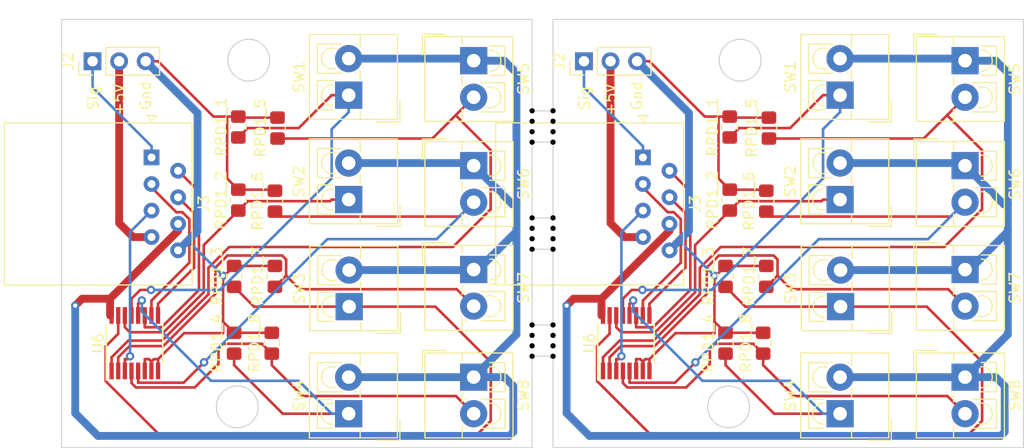
<source format=kicad_pcb>
(kicad_pcb (version 20221018) (generator pcbnew)
  (layers (0 "F.Cu" signal) (31 "B.Cu" signal) (34 "B.Paste" user) (35 "F.Paste" user) (36 "B.SilkS" user "B.Silkscreen") (37 "F.SilkS" user "F.Silkscreen") (38 "B.Mask" user) (39 "F.Mask" user) (44 "Edge.Cuts" user))
  (net 0 "")
  (net 1 "Board_0-/3.3")
  (net 2 "Board_0-/5")
  (net 3 "Board_0-/Led_Data")
  (net 4 "Board_0-/Mux1")
  (net 5 "Board_0-/Mux2")
  (net 6 "Board_0-/Mux3")
  (net 7 "Board_0-/Mux_return")
  (net 8 "Board_0-/gnd")
  (net 9 "Board_0-Net-(U6-A0)")
  (net 10 "Board_0-Net-(U6-A1)")
  (net 11 "Board_0-Net-(U6-A2)")
  (net 12 "Board_0-Net-(U6-A3)")
  (net 13 "Board_0-Net-(U6-A4)")
  (net 14 "Board_0-Net-(U6-A5)")
  (net 15 "Board_0-Net-(U6-A6)")
  (net 16 "Board_0-Net-(U6-A7)")
  (net 17 "Board_1-/3.3")
  (net 18 "Board_1-/5")
  (net 19 "Board_1-/Led_Data")
  (net 20 "Board_1-/Mux1")
  (net 21 "Board_1-/Mux2")
  (net 22 "Board_1-/Mux3")
  (net 23 "Board_1-/Mux_return")
  (net 24 "Board_1-/gnd")
  (net 25 "Board_1-Net-(U6-A0)")
  (net 26 "Board_1-Net-(U6-A1)")
  (net 27 "Board_1-Net-(U6-A2)")
  (net 28 "Board_1-Net-(U6-A3)")
  (net 29 "Board_1-Net-(U6-A4)")
  (net 30 "Board_1-Net-(U6-A5)")
  (net 31 "Board_1-Net-(U6-A6)")
  (net 32 "Board_1-Net-(U6-A7)")
  (footprint "Resistor_SMD:R_0805_2012Metric_Pad1.20x1.40mm_HandSolder" (layer "F.Cu") (at 122.9 37.4 90)
    (fp_text reference "RPD1_6")
    (fp_text value "10k")
  )
  (footprint "Resistor_SMD:R_0805_2012Metric_Pad1.20x1.40mm_HandSolder" (layer "F.Cu") (at 122.6 51 90)
    (fp_text reference "RPD1_8")
    (fp_text value "10k")
  )
  (footprint "NPTH" (layer "F.Cu") (at 149.5 31.75)
    (fp_text reference "KiKit_MB_4_1" hide)
    (fp_text value "NPTH" hide)
  )
  (footprint "NPTH" (layer "F.Cu") (at 149.5 29.75)
    (fp_text reference "KiKit_MB_4_3" hide)
    (fp_text value "NPTH" hide)
  )
  (footprint "Package_SO:QSOP-16_3.9x4.9mm_P0.635mm" (layer "F.Cu") (at 156.5 51 90)
    (fp_text reference "U6")
    (fp_text value "CD74HC4051M96")
  )
  (footprint "TerminalBlock_4Ucon:TerminalBlock_4Ucon_1x02_P3.50mm_Vertical" (layer "F.Cu") (at 176.955 37.25 90)
    (fp_text reference "SW2")
    (fp_text value "~")
  )
  (footprint "TerminalBlock_4Ucon:TerminalBlock_4Ucon_1x02_P3.50mm_Vertical" (layer "F.Cu") (at 176.955 27.25 90)
    (fp_text reference "SW1")
    (fp_text value "SW_Push")
  )
  (footprint "Resistor_SMD:R_0805_2012Metric_Pad1.20x1.40mm_HandSolder" (layer "F.Cu") (at 122.9 44.6 90)
    (fp_text reference "RPD1_7")
    (fp_text value "10k")
  )
  (footprint "Resistor_SMD:R_0805_2012Metric_Pad1.20x1.40mm_HandSolder" (layer "F.Cu") (at 119 44.6 90)
    (fp_text reference "RPD1_3")
    (fp_text value "10k")
  )
  (footprint "NPTH" (layer "F.Cu") (at 149.5 41)
    (fp_text reference "KiKit_MB_5_2" hide)
    (fp_text value "NPTH" hide)
  )
  (footprint "NPTH" (layer "F.Cu") (at 149.5 51.25)
    (fp_text reference "KiKit_MB_6_2" hide)
    (fp_text value "NPTH" hide)
  )
  (footprint "NPTH" (layer "F.Cu") (at 147.5 30.75)
    (fp_text reference "KiKit_MB_1_3" hide)
    (fp_text value "NPTH" hide)
  )
  (footprint "Resistor_SMD:R_0805_2012Metric_Pad1.20x1.40mm_HandSolder" (layer "F.Cu") (at 170.15 30.4 90)
    (fp_text reference "RPD1_5")
    (fp_text value "10k")
  )
  (footprint "NPTH" (layer "F.Cu") (at 147.5 41)
    (fp_text reference "KiKit_MB_2_3" hide)
    (fp_text value "NPTH" hide)
  )
  (footprint "Connector_PinHeader_2.54mm:PinHeader_1x03_P2.54mm_Vertical" (layer "F.Cu") (at 105.46 24 90)
    (fp_text reference "J2")
    (fp_text value "LED Strip Conn")
  )
  (footprint "TerminalBlock_4Ucon:TerminalBlock_4Ucon_1x02_P3.50mm_Vertical" (layer "F.Cu") (at 129.955 57.75 90)
    (fp_text reference "SW4")
    (fp_text value "SW_Push")
  )
  (footprint "TerminalBlock_4Ucon:TerminalBlock_4Ucon_1x02_P3.50mm_Vertical" (layer "F.Cu") (at 141.91 43.95 -90)
    (fp_text reference "SW7")
    (fp_text value "SW_Push")
  )
  (footprint "NPTH" (layer "F.Cu") (at 147.5 39)
    (fp_text reference "KiKit_MB_2_1" hide)
    (fp_text value "NPTH" hide)
  )
  (footprint "NPTH" (layer "F.Cu") (at 147.5 52.25)
    (fp_text reference "KiKit_MB_3_4" hide)
    (fp_text value "NPTH" hide)
  )
  (footprint "TerminalBlock_4Ucon:TerminalBlock_4Ucon_1x02_P3.50mm_Vertical" (layer "F.Cu") (at 129.955 37.25 90)
    (fp_text reference "SW2")
    (fp_text value "~")
  )
  (footprint "TerminalBlock_4Ucon:TerminalBlock_4Ucon_1x02_P3.50mm_Vertical" (layer "F.Cu") (at 188.91 23.95 -90)
    (fp_text reference "SW5")
    (fp_text value "SW_Push")
  )
  (footprint "NPTH" (layer "F.Cu") (at 147.5 28.75)
    (fp_text reference "KiKit_MB_1_1" hide)
    (fp_text value "NPTH" hide)
  )
  (footprint "Resistor_SMD:R_0805_2012Metric_Pad1.20x1.40mm_HandSolder" (layer "F.Cu") (at 169.9 44.6 90)
    (fp_text reference "RPD1_7")
    (fp_text value "10k")
  )
  (footprint "Connector_RJ:RJ45_Amphenol_54602-x08_Horizontal" (layer "F.Cu") (at 111.1 33.2175 -90)
    (fp_text reference "J3")
    (fp_text value "Expansion")
  )
  (footprint "Resistor_SMD:R_0805_2012Metric_Pad1.20x1.40mm_HandSolder" (layer "F.Cu") (at 166.4 37.3 90)
    (fp_text reference "RPD1_2")
    (fp_text value "10k")
  )
  (footprint "TerminalBlock_4Ucon:TerminalBlock_4Ucon_1x02_P3.50mm_Vertical" (layer "F.Cu") (at 188.91 54.25 -90)
    (fp_text reference "SW8")
    (fp_text value "SW_Push")
  )
  (footprint "NPTH" (layer "F.Cu") (at 149.5 42)
    (fp_text reference "KiKit_MB_5_1" hide)
    (fp_text value "NPTH" hide)
  )
  (footprint "NPTH" (layer "F.Cu") (at 147.5 40)
    (fp_text reference "KiKit_MB_2_2" hide)
    (fp_text value "NPTH" hide)
  )
  (footprint "Resistor_SMD:R_0805_2012Metric_Pad1.20x1.40mm_HandSolder" (layer "F.Cu") (at 169.9 37.4 90)
    (fp_text reference "RPD1_6")
    (fp_text value "10k")
  )
  (footprint "Package_SO:QSOP-16_3.9x4.9mm_P0.635mm" (layer "F.Cu") (at 109.5 51 90)
    (fp_text reference "U6")
    (fp_text value "CD74HC4051M96")
  )
  (footprint "TerminalBlock_4Ucon:TerminalBlock_4Ucon_1x02_P3.50mm_Vertical" (layer "F.Cu") (at 130 47.5 90)
    (fp_text reference "SW3")
    (fp_text value "SW_Push")
  )
  (footprint "TerminalBlock_4Ucon:TerminalBlock_4Ucon_1x02_P3.50mm_Vertical" (layer "F.Cu") (at 188.91 43.95 -90)
    (fp_text reference "SW7")
    (fp_text value "SW_Push")
  )
  (footprint "NPTH" (layer "F.Cu") (at 149.5 39)
    (fp_text reference "KiKit_MB_5_4" hide)
    (fp_text value "NPTH" hide)
  )
  (footprint "Resistor_SMD:R_0805_2012Metric_Pad1.20x1.40mm_HandSolder" (layer "F.Cu") (at 169.6 51 90)
    (fp_text reference "RPD1_8")
    (fp_text value "10k")
  )
  (footprint "Connector_RJ:RJ45_Amphenol_54602-x08_Horizontal" (layer "F.Cu") (at 158.1 33.2175 -90)
    (fp_text reference "J3")
    (fp_text value "Expansion")
  )
  (footprint "TerminalBlock_4Ucon:TerminalBlock_4Ucon_1x02_P3.50mm_Vertical" (layer "F.Cu") (at 177 47.5 90)
    (fp_text reference "SW3")
    (fp_text value "SW_Push")
  )
  (footprint "NPTH" (layer "F.Cu") (at 149.5 28.75)
    (fp_text reference "KiKit_MB_4_4" hide)
    (fp_text value "NPTH" hide)
  )
  (footprint "TerminalBlock_4Ucon:TerminalBlock_4Ucon_1x02_P3.50mm_Vertical" (layer "F.Cu") (at 141.91 54.25 -90)
    (fp_text reference "SW8")
    (fp_text value "SW_Push")
  )
  (footprint "TerminalBlock_4Ucon:TerminalBlock_4Ucon_1x02_P3.50mm_Vertical" (layer "F.Cu") (at 141.91 34 -90)
    (fp_text reference "SW6")
    (fp_text value "SW_Push")
  )
  (footprint "NPTH" (layer "F.Cu") (at 147.5 31.75)
    (fp_text reference "KiKit_MB_1_4" hide)
    (fp_text value "NPTH" hide)
  )
  (footprint "Resistor_SMD:R_0805_2012Metric_Pad1.20x1.40mm_HandSolder" (layer "F.Cu") (at 166 44.6 90)
    (fp_text reference "RPD1_3")
    (fp_text value "10k")
  )
  (footprint "NPTH" (layer "F.Cu") (at 149.5 49.25)
    (fp_text reference "KiKit_MB_6_4" hide)
    (fp_text value "NPTH" hide)
  )
  (footprint "TerminalBlock_4Ucon:TerminalBlock_4Ucon_1x02_P3.50mm_Vertical" (layer "F.Cu") (at 141.91 23.95 -90)
    (fp_text reference "SW5")
    (fp_text value "SW_Push")
  )
  (footprint "Resistor_SMD:R_0805_2012Metric_Pad1.20x1.40mm_HandSolder" (layer "F.Cu") (at 166.4 30.3 90)
    (fp_text reference "RPD1_1")
    (fp_text value "10k")
  )
  (footprint "NPTH" (layer "F.Cu") (at 147.5 50.25)
    (fp_text reference "KiKit_MB_3_2" hide)
    (fp_text value "NPTH" hide)
  )
  (footprint "Resistor_SMD:R_0805_2012Metric_Pad1.20x1.40mm_HandSolder" (layer "F.Cu") (at 166 51 90)
    (fp_text reference "RPD1_4")
    (fp_text value "10k")
  )
  (footprint "NPTH" (layer "F.Cu") (at 147.5 49.25)
    (fp_text reference "KiKit_MB_3_1" hide)
    (fp_text value "NPTH" hide)
  )
  (footprint "TerminalBlock_4Ucon:TerminalBlock_4Ucon_1x02_P3.50mm_Vertical" (layer "F.Cu") (at 129.955 27.25 90)
    (fp_text reference "SW1")
    (fp_text value "SW_Push")
  )
  (footprint "NPTH" (layer "F.Cu") (at 149.5 40)
    (fp_text reference "KiKit_MB_5_3" hide)
    (fp_text value "NPTH" hide)
  )
  (footprint "Resistor_SMD:R_0805_2012Metric_Pad1.20x1.40mm_HandSolder" (layer "F.Cu") (at 119 51 90)
    (fp_text reference "RPD1_4")
    (fp_text value "10k")
  )
  (footprint "NPTH" (layer "F.Cu") (at 147.5 51.25)
    (fp_text reference "KiKit_MB_3_3" hide)
    (fp_text value "NPTH" hide)
  )
  (footprint "TerminalBlock_4Ucon:TerminalBlock_4Ucon_1x02_P3.50mm_Vertical" (layer "F.Cu") (at 176.955 57.75 90)
    (fp_text reference "SW4")
    (fp_text value "SW_Push")
  )
  (footprint "NPTH" (layer "F.Cu") (at 149.5 30.75)
    (fp_text reference "KiKit_MB_4_2" hide)
    (fp_text value "NPTH" hide)
  )
  (footprint "NPTH" (layer "F.Cu") (at 147.5 29.75)
    (fp_text reference "KiKit_MB_1_2" hide)
    (fp_text value "NPTH" hide)
  )
  (footprint "NPTH" (layer "F.Cu") (at 149.5 50.25)
    (fp_text reference "KiKit_MB_6_3" hide)
    (fp_text value "NPTH" hide)
  )
  (footprint "NPTH" (layer "F.Cu") (at 149.5 52.25)
    (fp_text reference "KiKit_MB_6_1" hide)
    (fp_text value "NPTH" hide)
  )
  (footprint "TerminalBlock_4Ucon:TerminalBlock_4Ucon_1x02_P3.50mm_Vertical" (layer "F.Cu") (at 188.91 34 -90)
    (fp_text reference "SW6")
    (fp_text value "SW_Push")
  )
  (footprint "Connector_PinHeader_2.54mm:PinHeader_1x03_P2.54mm_Vertical" (layer "F.Cu") (at 152.46 24 90)
    (fp_text reference "J2")
    (fp_text value "LED Strip Conn")
  )
  (footprint "Resistor_SMD:R_0805_2012Metric_Pad1.20x1.40mm_HandSolder" (layer "F.Cu") (at 119.4 30.3 90)
    (fp_text reference "RPD1_1")
    (fp_text value "10k")
  )
  (footprint "Resistor_SMD:R_0805_2012Metric_Pad1.20x1.40mm_HandSolder" (layer "F.Cu") (at 119.4 37.3 90)
    (fp_text reference "RPD1_2")
    (fp_text value "10k")
  )
  (footprint "Resistor_SMD:R_0805_2012Metric_Pad1.20x1.40mm_HandSolder" (layer "F.Cu") (at 123.15 30.4 90)
    (fp_text reference "RPD1_5")
    (fp_text value "10k")
  )
  (footprint "NPTH" (layer "F.Cu") (at 147.5 42)
    (fp_text reference "KiKit_MB_2_4" hide)
    (fp_text value "NPTH" hide)
  )
  (gr_line (start 119.343426 22.201867) (end 119.428698 22.151694) (stroke (width 0.1)) (layer "Edge.Cuts"))
  (gr_line (start 120.70544 55.677067) (end 120.77409 55.748313) (stroke (width 0.1)) (layer "Edge.Cuts"))
  (gr_line (start 165.416347 58.894201) (end 165.328698 58.848305) (stroke (width 0.1)) (layer "Edge.Cuts"))
  (gr_line (start 164.402525 57.732132) (end 164.373586 57.637521) (stroke (width 0.1)) (layer "Edge.Cuts"))
  (gr_line (start 117.670413 58.259503) (end 117.615065 58.177495) (stroke (width 0.1)) (layer "Edge.Cuts"))
  (gr_line (start 122.360964 23.506787) (end 122.378011 23.604245) (stroke (width 0.1)) (layer "Edge.Cuts"))
  (gr_line (start 118.829749 25.138673) (end 118.770413 25.059503) (stroke (width 0.1)) (layer "Edge.Cuts"))
  (gr_line (start 166.030184 22.44274) (end 166.103927 22.37678) (stroke (width 0.1)) (layer "Edge.Cuts"))
  (gr_line (start 121.278011 57.395754) (end 121.260964 57.493212) (stroke (width 0.1)) (layer "Edge.Cuts"))
  (gr_line (start 166.861307 55.180381) (end 166.955552 55.210489) (stroke (width 0.1)) (layer "Edge.Cuts"))
  (gr_line (start 166.343426 25.598132) (end 166.26074 25.543802) (stroke (width 0.1)) (layer "Edge.Cuts"))
  (gr_line (start 118.663841 24.89285) (end 118.616865 24.805776) (stroke (width 0.1)) (layer "Edge.Cuts"))
  (gr_line (start 122.390217 24.097572) (end 122.378011 24.195754) (stroke (width 0.1)) (layer "Edge.Cuts"))
  (gr_line (start 121.055552 22.010489) (end 121.148193 22.04522) (stroke (width 0.1)) (layer "Edge.Cuts"))
  (gr_line (start 166.516347 25.694201) (end 166.428698 25.648305) (stroke (width 0.1)) (layer "Edge.Cuts"))
  (gr_line (start 120.139003 55.284491) (end 120.227761 55.328204) (stroke (width 0.1)) (layer "Edge.Cuts"))
  (gr_line (start 119.428698 25.648305) (end 119.343426 25.598132) (stroke (width 0.1)) (layer "Edge.Cuts"))
  (gr_line (start 167.865687 21.954971) (end 167.961307 21.980381) (stroke (width 0.1)) (layer "Edge.Cuts"))
  (gr_line (start 118.506158 55.264294) (end 118.597912 55.227282) (stroke (width 0.1)) (layer "Edge.Cuts"))
  (gr_line (start 166.571267 59.081518) (end 166.472942 59.092508) (stroke (width 0.1)) (layer "Edge.Cuts"))
  (gr_line (start 120.079803 21.925797) (end 120.177826 21.912378) (stroke (width 0.1)) (layer "Edge.Cuts"))
  (gr_line (start 117.315278 57.346739) (end 117.305504 57.248285) (stroke (width 0.1)) (layer "Edge.Cuts"))
  (gr_line (start 167.048193 55.24522) (end 167.139003 55.284491) (stroke (width 0.1)) (layer "Edge.Cuts"))
  (gr_line (start 118.416347 58.894201) (end 118.328698 58.848305) (stroke (width 0.1)) (layer "Edge.Cuts"))
  (gr_line (start 117.305504 56.951714) (end 117.315278 56.85326) (stroke (width 0.1)) (layer "Edge.Cuts"))
  (gr_line (start 165.400611 23.850531) (end 165.405504 23.751714) (stroke (width 0.1)) (layer "Edge.Cuts"))
  (gr_line (start 117.34936 56.658404) (end 117.373586 56.562478) (stroke (width 0.1)) (layer "Edge.Cuts"))
  (gr_line (start 120.177826 25.887621) (end 120.079803 25.874202) (stroke (width 0.1)) (layer "Edge.Cuts"))
  (gr_line (start 168.87409 25.251686) (end 168.80544 25.322932) (stroke (width 0.1)) (layer "Edge.Cuts"))
  (gr_line (start 121.060185 56.150396) (end 121.104993 56.238605) (stroke (width 0.1)) (layer "Edge.Cuts"))
  (gr_line (start 168.212529 56.514993) (end 168.239119 56.610291) (stroke (width 0.1)) (layer "Edge.Cuts"))
  (gr_line (start 119.982563 21.944048) (end 120.079803 21.925797) (stroke (width 0.1)) (layer "Edge.Cuts"))
  (gr_line (start 169.312529 23.314993) (end 169.339119 23.410291) (stroke (width 0.1)) (layer "Edge.Cuts"))
  (gr_line (start 118.892927 25.214812) (end 118.829749 25.138673) (stroke (width 0.1)) (layer "Edge.Cuts"))
  (gr_line (start 166.176394 59.096176) (end 166.077826 59.087621) (stroke (width 0.1)) (layer "Edge.Cuts"))
  (gr_line (start 165.328698 55.351694) (end 165.416347 55.305798) (stroke (width 0.1)) (layer "Edge.Cuts"))
  (gr_line (start 119.668929 59.065678) (end 119.571267 59.081518) (stroke (width 0.1)) (layer "Edge.Cuts"))
  (gr_line (start 121.01107 58.135489) (end 120.957767 58.218841) (stroke (width 0.1)) (layer "Edge.Cuts"))
  (gr_line (start 194.5 20) (end 149.5 20) (stroke (width 0.1)) (layer "Edge.Cuts"))
  (gr_line (start 120.276394 21.903823) (end 120.375263 21.900152) (stroke (width 0.1)) (layer "Edge.Cuts"))
  (gr_line (start 120.768929 21.934321) (end 120.865687 21.954971) (stroke (width 0.1)) (layer "Edge.Cuts"))
  (gr_line (start 168.055552 22.010489) (end 168.148193 22.04522) (stroke (width 0.1)) (layer "Edge.Cuts"))
  (gr_line (start 117.930184 58.557259) (end 117.859793 58.487734) (stroke (width 0.1)) (layer "Edge.Cuts"))
  (gr_line (start 164.436108 56.374803) (end 164.474253 56.283514) (stroke (width 0.1)) (layer "Edge.Cuts"))
  (gr_line (start 119.176394 55.103823) (end 119.275263 55.100152) (stroke (width 0.1)) (layer "Edge.Cuts"))
  (gr_line (start 120.479569 55.484878) (end 120.557999 55.545189) (stroke (width 0.1)) (layer "Edge.Cuts"))
  (gr_line (start 165.536108 24.625196) (end 165.502525 24.532132) (stroke (width 0.1)) (layer "Edge.Cuts"))
  (gr_line (start 166.955552 55.210489) (end 167.048193 55.24522) (stroke (width 0.1)) (layer "Edge.Cuts"))
  (gr_line (start 117.373586 56.562478) (end 117.402525 56.467867) (stroke (width 0.1)) (layer "Edge.Cuts"))
  (gr_line (start 118.080842 58.68545) (end 118.003927 58.623219) (stroke (width 0.1)) (layer "Edge.Cuts"))
  (gr_line (start 165.416347 55.305798) (end 165.506158 55.264294) (stroke (width 0.1)) (layer "Edge.Cuts"))
  (gr_line (start 168.290217 57.297572) (end 168.278011 57.395754) (stroke (width 0.1)) (layer "Edge.Cuts"))
  (gr_line (start 165.506158 55.264294) (end 165.597912 55.227282) (stroke (width 0.1)) (layer "Edge.Cuts"))
  (gr_line (start 165.979803 55.125797) (end 166.077826 55.112378) (stroke (width 0.1)) (layer "Edge.Cuts"))
  (gr_line (start 168.80544 22.477067) (end 168.87409 22.548313) (stroke (width 0.1)) (layer "Edge.Cuts"))
  (gr_line (start 149.5 42) (end 149.5 49.25) (stroke (width 0.1)) (layer "Edge.Cuts"))
  (gr_line (start 119.374193 55.101376) (end 119.472942 55.107491) (stroke (width 0.1)) (layer "Edge.Cuts"))
  (gr_line (start 165.892927 25.214812) (end 165.829749 25.138673) (stroke (width 0.1)) (layer "Edge.Cuts"))
  (gr_line (start 164.305504 56.951714) (end 164.315278 56.85326) (stroke (width 0.1)) (layer "Edge.Cuts"))
  (gr_line (start 169.360964 23.506787) (end 169.378011 23.604245) (stroke (width 0.1)) (layer "Edge.Cuts"))
  (gr_line (start 164.516865 58.005776) (end 164.474253 57.916485) (stroke (width 0.1)) (layer "Edge.Cuts"))
  (gr_line (start 122.339119 24.389708) (end 122.312529 24.485006) (stroke (width 0.1)) (layer "Edge.Cuts"))
  (gr_line (start 166.791384 21.994852) (end 166.886345 21.967085) (stroke (width 0.1)) (layer "Edge.Cuts"))
  (gr_line (start 121.145383 57.871076) (end 121.104993 57.961394) (stroke (width 0.1)) (layer "Edge.Cuts"))
  (gr_line (start 167.398252 58.771478) (end 167.314247 58.823746) (stroke (width 0.1)) (layer "Edge.Cuts"))
  (gr_line (start 164.373586 56.562478) (end 164.402525 56.467867) (stroke (width 0.1)) (layer "Edge.Cuts"))
  (gr_line (start 167.572942 21.907491) (end 167.671267 21.918481) (stroke (width 0.1)) (layer "Edge.Cuts"))
  (gr_line (start 164.300611 57.149468) (end 164.300611 57.050531) (stroke (width 0.1)) (layer "Edge.Cuts"))
  (gr_line (start 118.979803 59.074202) (end 118.882563 59.055951) (stroke (width 0.1)) (layer "Edge.Cuts"))
  (gr_line (start 119.374193 59.098623) (end 119.275263 59.099847) (stroke (width 0.1)) (layer "Edge.Cuts"))
  (gr_line (start 166.180842 22.314549) (end 166.26074 22.256197) (stroke (width 0.1)) (layer "Edge.Cuts"))
  (gr_line (start 120.474193 21.901376) (end 120.572942 21.907491) (stroke (width 0.1)) (layer "Edge.Cuts"))
  (gr_line (start 168.278011 57.395754) (end 168.260964 57.493212) (stroke (width 0.1)) (layer "Edge.Cuts"))
  (gr_line (start 117.792927 55.785187) (end 117.859793 55.712265) (stroke (width 0.1)) (layer "Edge.Cuts"))
  (gr_line (start 165.882563 59.055951) (end 165.786345 59.032914) (stroke (width 0.1)) (layer "Edge.Cuts"))
  (gr_line (start 121.733351 22.409304) (end 121.80544 22.477067) (stroke (width 0.1)) (layer "Edge.Cuts"))
  (gr_line (start 121.498252 22.228521) (end 121.579569 22.284878) (stroke (width 0.1)) (layer "Edge.Cuts"))
  (gr_line (start 121.327761 22.128204) (end 121.414247 22.176253) (stroke (width 0.1)) (layer "Edge.Cuts"))
  (gr_line (start 166.668929 55.134321) (end 166.765687 55.154971) (stroke (width 0.1)) (layer "Edge.Cuts"))
  (gr_line (start 122.160185 22.950396) (end 122.204993 23.038605) (stroke (width 0.1)) (layer "Edge.Cuts"))
  (gr_line (start 121.939132 25.177133) (end 121.87409 25.251686) (stroke (width 0.1)) (layer "Edge.Cuts"))
  (gr_line (start 117.329909 56.75541) (end 117.34936 56.658404) (stroke (width 0.1)) (layer "Edge.Cuts"))
  (gr_line (start 119.516347 22.105798) (end 119.606158 22.064294) (stroke (width 0.1)) (layer "Edge.Cuts"))
  (gr_line (start 121.212529 56.514993) (end 121.239119 56.610291) (stroke (width 0.1)) (layer "Edge.Cuts"))
  (gr_line (start 119.765687 59.045028) (end 119.668929 59.065678) (stroke (width 0.1)) (layer "Edge.Cuts"))
  (gr_line (start 169.390217 24.097572) (end 169.378011 24.195754) (stroke (width 0.1)) (layer "Edge.Cuts"))
  (gr_line (start 166.077826 59.087621) (end 165.979803 59.074202) (stroke (width 0.1)) (layer "Edge.Cuts"))
  (gr_line (start 119.516347 25.694201) (end 119.428698 25.648305) (stroke (width 0.1)) (layer "Edge.Cuts"))
  (gr_line (start 149.5 52.25) (end 149.5 61) (stroke (width 0.1)) (layer "Edge.Cuts"))
  (gr_line (start 118.415278 24.146739) (end 118.405504 24.048285) (stroke (width 0.1)) (layer "Edge.Cuts"))
  (gr_line (start 169.397552 23.998907) (end 169.390217 24.097572) (stroke (width 0.1)) (layer "Edge.Cuts"))
  (gr_line (start 121.579569 22.284878) (end 121.657999 22.345189) (stroke (width 0.1)) (layer "Edge.Cuts"))
  (gr_line (start 120.375263 21.900152) (end 120.474193 21.901376) (stroke (width 0.1)) (layer "Edge.Cuts"))
  (gr_line (start 165.959793 25.287734) (end 165.892927 25.214812) (stroke (width 0.1)) (layer "Edge.Cuts"))
  (gr_line (start 167.227761 55.328204) (end 167.314247 55.376253) (stroke (width 0.1)) (layer "Edge.Cuts"))
  (gr_line (start 148.499 42) (end 148.501 42) (stroke (width 0.1)) (layer "Edge.Cuts"))
  (gr_line (start 166.606158 25.735705) (end 166.516347 25.694201) (stroke (width 0.1)) (layer "Edge.Cuts"))
  (gr_line (start 118.770413 25.059503) (end 118.715065 24.977495) (stroke (width 0.1)) (layer "Edge.Cuts"))
  (gr_line (start 148.499 31.75) (end 148.501 31.75) (stroke (width 0.1)) (layer "Edge.Cuts"))
  (gr_line (start 148.499 39) (end 147.5 39) (stroke (width 0.1)) (layer "Edge.Cuts"))
  (gr_line (start 120.398252 58.771478) (end 120.314247 58.823746) (stroke (width 0.1)) (layer "Edge.Cuts"))
  (gr_line (start 121.239119 57.589708) (end 121.212529 57.685006) (stroke (width 0.1)) (layer "Edge.Cuts"))
  (gr_line (start 118.597912 55.227282) (end 118.691384 55.194852) (stroke (width 0.1)) (layer "Edge.Cuts"))
  (gr_line (start 164.615065 56.022504) (end 164.670413 55.940496) (stroke (width 0.1)) (layer "Edge.Cuts"))
  (gr_line (start 166.103927 22.37678) (end 166.180842 22.314549) (stroke (width 0.1)) (layer "Edge.Cuts"))
  (gr_line (start 118.616865 22.994223) (end 118.663841 22.907149) (stroke (width 0.1)) (layer "Edge.Cuts"))
  (gr_line (start 168.181258 57.778872) (end 168.145383 57.871076) (stroke (width 0.1)) (layer "Edge.Cuts"))
  (gr_line (start 148.499 28.75) (end 147.5 28.75) (stroke (width 0.1)) (layer "Edge.Cuts"))
  (gr_line (start 167.572942 25.892508) (end 167.474193 25.898623) (stroke (width 0.1)) (layer "Edge.Cuts"))
  (gr_line (start 165.959793 22.512265) (end 166.030184 22.44274) (stroke (width 0.1)) (layer "Edge.Cuts"))
  (gr_line (start 167.177826 21.912378) (end 167.276394 21.903823) (stroke (width 0.1)) (layer "Edge.Cuts"))
  (gr_line (start 120.276394 25.896176) (end 120.177826 25.887621) (stroke (width 0.1)) (layer "Edge.Cuts"))
  (gr_line (start 117.729749 58.338673) (end 117.670413 58.259503) (stroke (width 0.1)) (layer "Edge.Cuts"))
  (gr_line (start 117.300611 57.050531) (end 117.305504 56.951714) (stroke (width 0.1)) (layer "Edge.Cuts"))
  (gr_line (start 164.930184 58.557259) (end 164.859793 58.487734) (stroke (width 0.1)) (layer "Edge.Cuts"))
  (gr_line (start 118.506158 58.935705) (end 118.416347 58.894201) (stroke (width 0.1)) (layer "Edge.Cuts"))
  (gr_line (start 121.060185 58.049603) (end 121.01107 58.135489) (stroke (width 0.1)) (layer "Edge.Cuts"))
  (gr_line (start 118.080842 55.514549) (end 118.16074 55.456197) (stroke (width 0.1)) (layer "Edge.Cuts"))
  (gr_line (start 168.260964 57.493212) (end 168.239119 57.589708) (stroke (width 0.1)) (layer "Edge.Cuts"))
  (gr_line (start 121.212529 57.685006) (end 121.181258 57.778872) (stroke (width 0.1)) (layer "Edge.Cuts"))
  (gr_line (start 121.87409 25.251686) (end 121.80544 25.322932) (stroke (width 0.1)) (layer "Edge.Cuts"))
  (gr_line (start 117.402525 57.732132) (end 117.373586 57.637521) (stroke (width 0.1)) (layer "Edge.Cuts"))
  (gr_line (start 168.148193 22.04522) (end 168.239003 22.084491) (stroke (width 0.1)) (layer "Edge.Cuts"))
  (gr_line (start 167.768929 25.865678) (end 167.671267 25.881518) (stroke (width 0.1)) (layer "Edge.Cuts"))
  (gr_line (start 117.516865 56.194223) (end 117.563841 56.107149) (stroke (width 0.1)) (layer "Edge.Cuts"))
  (gr_line (start 102.5 61) (end 147.5 61) (stroke (width 0.1)) (layer "Edge.Cuts"))
  (gr_line (start 167.957767 58.218841) (end 167.900408 58.299455) (stroke (width 0.1)) (layer "Edge.Cuts"))
  (gr_line (start 120.865687 25.845028) (end 120.768929 25.865678) (stroke (width 0.1)) (layer "Edge.Cuts"))
  (gr_line (start 118.405504 24.048285) (end 118.400611 23.949468) (stroke (width 0.1)) (layer "Edge.Cuts"))
  (gr_line (start 169.000408 22.700544) (end 169.057767 22.781158) (stroke (width 0.1)) (layer "Edge.Cuts"))
  (gr_line (start 121.181258 57.778872) (end 121.145383 57.871076) (stroke (width 0.1)) (layer "Edge.Cuts"))
  (gr_line (start 167.839132 58.377133) (end 167.77409 58.451686) (stroke (width 0.1)) (layer "Edge.Cuts"))
  (gr_line (start 164.329909 56.75541) (end 164.34936 56.658404) (stroke (width 0.1)) (layer "Edge.Cuts"))
  (gr_line (start 169.245383 24.671076) (end 169.204993 24.761394) (stroke (width 0.1)) (layer "Edge.Cuts"))
  (gr_line (start 167.557999 58.65481) (end 167.479569 58.715121) (stroke (width 0.1)) (layer "Edge.Cuts"))
  (gr_line (start 166.275263 55.100152) (end 166.374193 55.101376) (stroke (width 0.1)) (layer "Edge.Cuts"))
  (gr_line (start 168.498252 25.571478) (end 168.414247 25.623746) (stroke (width 0.1)) (layer "Edge.Cuts"))
  (gr_line (start 119.886345 25.832914) (end 119.791384 25.805147) (stroke (width 0.1)) (layer "Edge.Cuts"))
  (gr_line (start 169.378011 24.195754) (end 169.360964 24.293212) (stroke (width 0.1)) (layer "Edge.Cuts"))
  (gr_line (start 168.414247 22.176253) (end 168.498252 22.228521) (stroke (width 0.1)) (layer "Edge.Cuts"))
  (gr_line (start 167.77409 58.451686) (end 167.70544 58.522932) (stroke (width 0.1)) (layer "Edge.Cuts"))
  (gr_line (start 119.668929 55.134321) (end 119.765687 55.154971) (stroke (width 0.1)) (layer "Edge.Cuts"))
  (gr_line (start 165.405504 24.048285) (end 165.400611 23.949468) (stroke (width 0.1)) (layer "Edge.Cuts"))
  (gr_line (start 121.104993 56.238605) (end 121.145383 56.328923) (stroke (width 0.1)) (layer "Edge.Cuts"))
  (gr_line (start 168.939132 25.177133) (end 168.87409 25.251686) (stroke (width 0.1)) (layer "Edge.Cuts"))
  (gr_line (start 166.697912 22.027282) (end 166.791384 21.994852) (stroke (width 0.1)) (layer "Edge.Cuts"))
  (gr_line (start 119.26074 25.543802) (end 119.180842 25.48545) (stroke (width 0.1)) (layer "Edge.Cuts"))
  (gr_line (start 117.516865 58.005776) (end 117.474253 57.916485) (stroke (width 0.1)) (layer "Edge.Cuts"))
  (gr_line (start 148.501 52.25) (end 149.5 52.25) (stroke (width 0.1)) (layer "Edge.Cuts"))
  (gr_line (start 165.616865 22.994223) (end 165.663841 22.907149) (stroke (width 0.1)) (layer "Edge.Cuts"))
  (gr_line (start 168.327761 25.671795) (end 168.239003 25.715508) (stroke (width 0.1)) (layer "Edge.Cuts"))
  (gr_line (start 119.982563 25.855951) (end 119.886345 25.832914) (stroke (width 0.1)) (layer "Edge.Cuts"))
  (gr_line (start 120.671267 21.918481) (end 120.768929 21.934321) (stroke (width 0.1)) (layer "Edge.Cuts"))
  (gr_line (start 118.979803 55.125797) (end 119.077826 55.112378) (stroke (width 0.1)) (layer "Edge.Cuts"))
  (gr_line (start 122.378011 24.195754) (end 122.360964 24.293212) (stroke (width 0.1)) (layer "Edge.Cuts"))
  (gr_line (start 167.77409 55.748313) (end 167.839132 55.822866) (stroke (width 0.1)) (layer "Edge.Cuts"))
  (gr_line (start 118.429909 23.55541) (end 118.44936 23.458404) (stroke (width 0.1)) (layer "Edge.Cuts"))
  (gr_line (start 118.691384 59.005147) (end 118.597912 58.972717) (stroke (width 0.1)) (layer "Edge.Cuts"))
  (gr_line (start 121.297552 57.001092) (end 121.3 57.1) (stroke (width 0.1)) (layer "Edge.Cuts"))
  (gr_line (start 121.939132 22.622866) (end 122.000408 22.700544) (stroke (width 0.1)) (layer "Edge.Cuts"))
  (gr_line (start 147.5 31.75) (end 148.499 31.75) (stroke (width 0.1)) (layer "Edge.Cuts"))
  (gr_line (start 165.003927 55.57678) (end 165.080842 55.514549) (stroke (width 0.1)) (layer "Edge.Cuts"))
  (gr_line (start 166.606158 22.064294) (end 166.697912 22.027282) (stroke (width 0.1)) (layer "Edge.Cuts"))
  (gr_line (start 117.34936 57.541595) (end 117.329909 57.444589) (stroke (width 0.1)) (layer "Edge.Cuts"))
  (gr_line (start 117.474253 56.283514) (end 117.516865 56.194223) (stroke (width 0.1)) (layer "Edge.Cuts"))
  (gr_line (start 164.615065 58.177495) (end 164.563841 58.09285) (stroke (width 0.1)) (layer "Edge.Cuts"))
  (gr_line (start 167.276394 25.896176) (end 167.177826 25.887621) (stroke (width 0.1)) (layer "Edge.Cuts"))
  (gr_line (start 120.839132 58.377133) (end 120.77409 58.451686) (stroke (width 0.1)) (layer "Edge.Cuts"))
  (gr_line (start 164.474253 56.283514) (end 164.516865 56.194223) (stroke (width 0.1)) (layer "Edge.Cuts"))
  (gr_line (start 165.429909 23.55541) (end 165.44936 23.458404) (stroke (width 0.1)) (layer "Edge.Cuts"))
  (gr_line (start 120.572942 25.892508) (end 120.474193 25.898623) (stroke (width 0.1)) (layer "Edge.Cuts"))
  (gr_line (start 122.360964 24.293212) (end 122.339119 24.389708) (stroke (width 0.1)) (layer "Edge.Cuts"))
  (gr_line (start 165.882563 55.144048) (end 165.979803 55.125797) (stroke (width 0.1)) (layer "Edge.Cuts"))
  (gr_line (start 164.563841 56.107149) (end 164.615065 56.022504) (stroke (width 0.1)) (layer "Edge.Cuts"))
  (gr_line (start 165.663841 24.89285) (end 165.616865 24.805776) (stroke (width 0.1)) (layer "Edge.Cuts"))
  (gr_line (start 168.01107 56.06451) (end 168.060185 56.150396) (stroke (width 0.1)) (layer "Edge.Cuts"))
  (gr_line (start 121.239119 56.610291) (end 121.260964 56.706787) (stroke (width 0.1)) (layer "Edge.Cuts"))
  (gr_line (start 165.616865 24.805776) (end 165.574253 24.716485) (stroke (width 0.1)) (layer "Edge.Cuts"))
  (gr_line (start 166.765687 59.045028) (end 166.668929 59.065678) (stroke (width 0.1)) (layer "Edge.Cuts"))
  (gr_line (start 117.402525 56.467867) (end 117.436108 56.374803) (stroke (width 0.1)) (layer "Edge.Cuts"))
  (gr_line (start 120.227761 55.328204) (end 120.314247 55.376253) (stroke (width 0.1)) (layer "Edge.Cuts"))
  (gr_line (start 120.177826 21.912378) (end 120.276394 21.903823) (stroke (width 0.1)) (layer "Edge.Cuts"))
  (gr_line (start 121.148193 25.754779) (end 121.055552 25.78951) (stroke (width 0.1)) (layer "Edge.Cuts"))
  (gr_line (start 120.77409 58.451686) (end 120.70544 58.522932) (stroke (width 0.1)) (layer "Edge.Cuts"))
  (gr_line (start 165.080842 55.514549) (end 165.16074 55.456197) (stroke (width 0.1)) (layer "Edge.Cuts"))
  (gr_line (start 119.765687 55.154971) (end 119.861307 55.180381) (stroke (width 0.1)) (layer "Edge.Cuts"))
  (gr_line (start 166.982563 25.855951) (end 166.886345 25.832914) (stroke (width 0.1)) (layer "Edge.Cuts"))
  (gr_line (start 119.103927 25.423219) (end 119.030184 25.357259) (stroke (width 0.1)) (layer "Edge.Cuts"))
  (gr_line (start 168.657999 25.45481) (end 168.579569 25.515121) (stroke (width 0.1)) (layer "Edge.Cuts"))
  (gr_line (start 120.70544 58.522932) (end 120.633351 58.590695) (stroke (width 0.1)) (layer "Edge.Cuts"))
  (gr_line (start 168.104993 56.238605) (end 168.145383 56.328923) (stroke (width 0.1)) (layer "Edge.Cuts"))
  (gr_line (start 120.557999 55.545189) (end 120.633351 55.609304) (stroke (width 0.1)) (layer "Edge.Cuts"))
  (gr_line (start 148.501 39) (end 148.499 39) (stroke (width 0.1)) (layer "Edge.Cuts"))
  (gr_line (start 117.329909 57.444589) (end 117.315278 57.346739) (stroke (width 0.1)) (layer "Edge.Cuts"))
  (gr_line (start 165.691384 55.194852) (end 165.786345 55.167085) (stroke (width 0.1)) (layer "Edge.Cuts"))
  (gr_line (start 165.003927 58.623219) (end 164.930184 58.557259) (stroke (width 0.1)) (layer "Edge.Cuts"))
  (gr_line (start 165.506158 58.935705) (end 165.416347 58.894201) (stroke (width 0.1)) (layer "Edge.Cuts"))
  (gr_line (start 147.5 39) (end 147.5 31.75) (stroke (width 0.1)) (layer "Edge.Cuts"))
  (gr_line (start 118.400611 23.949468) (end 118.400611 23.850531) (stroke (width 0.1)) (layer "Edge.Cuts"))
  (gr_line (start 119.180842 25.48545) (end 119.103927 25.423219) (stroke (width 0.1)) (layer "Edge.Cuts"))
  (gr_line (start 122.204993 23.038605) (end 122.245383 23.128923) (stroke (width 0.1)) (layer "Edge.Cuts"))
  (gr_line (start 168.87409 22.548313) (end 168.939132 22.622866) (stroke (width 0.1)) (layer "Edge.Cuts"))
  (gr_line (start 165.536108 23.174803) (end 165.574253 23.083514) (stroke (width 0.1)) (layer "Edge.Cuts"))
  (gr_line (start 118.429909 24.244589) (end 118.415278 24.146739) (stroke (width 0.1)) (layer "Edge.Cuts"))
  (gr_line (start 119.428698 22.151694) (end 119.516347 22.105798) (stroke (width 0.1)) (layer "Edge.Cuts"))
  (gr_line (start 118.243426 55.401867) (end 118.328698 55.351694) (stroke (width 0.1)) (layer "Edge.Cuts"))
  (gr_line (start 118.473586 23.362478) (end 118.502525 23.267867) (stroke (width 0.1)) (layer "Edge.Cuts"))
  (gr_line (start 165.715065 24.977495) (end 165.663841 24.89285) (stroke (width 0.1)) (layer "Edge.Cuts"))
  (gr_line (start 147.5 28.75) (end 147.5 20) (stroke (width 0.1)) (layer "Edge.Cuts"))
  (gr_line (start 120.900408 58.299455) (end 120.839132 58.377133) (stroke (width 0.1)) (layer "Edge.Cuts"))
  (gr_line (start 120.957767 58.218841) (end 120.900408 58.299455) (stroke (width 0.1)) (layer "Edge.Cuts"))
  (gr_line (start 121.260964 56.706787) (end 121.278011 56.804245) (stroke (width 0.1)) (layer "Edge.Cuts"))
  (gr_line (start 120.227761 58.871795) (end 120.139003 58.915508) (stroke (width 0.1)) (layer "Edge.Cuts"))
  (gr_line (start 118.400611 23.850531) (end 118.405504 23.751714) (stroke (width 0.1)) (layer "Edge.Cuts"))
  (gr_line (start 148.501 49.25) (end 148.499 49.25) (stroke (width 0.1)) (layer "Edge.Cuts"))
  (gr_line (start 166.982563 21.944048) (end 167.079803 21.925797) (stroke (width 0.1)) (layer "Edge.Cuts"))
  (gr_line (start 167.398252 55.428521) (end 167.479569 55.484878) (stroke (width 0.1)) (layer "Edge.Cuts"))
  (gr_line (start 121.055552 25.78951) (end 120.961307 25.819618) (stroke (width 0.1)) (layer "Edge.Cuts"))
  (gr_line (start 118.416347 55.305798) (end 118.506158 55.264294) (stroke (width 0.1)) (layer "Edge.Cuts"))
  (gr_line (start 149.5 61) (end 194.5 61) (stroke (width 0.1)) (layer "Edge.Cuts"))
  (gr_line (start 168.148193 25.754779) (end 168.055552 25.78951) (stroke (width 0.1)) (layer "Edge.Cuts"))
  (gr_line (start 122.397552 23.998907) (end 122.390217 24.097572) (stroke (width 0.1)) (layer "Edge.Cuts"))
  (gr_line (start 119.030184 25.357259) (end 118.959793 25.287734) (stroke (width 0.1)) (layer "Edge.Cuts"))
  (gr_line (start 122.4 23.9) (end 122.397552 23.998907) (stroke (width 0.1)) (layer "Edge.Cuts"))
  (gr_line (start 117.729749 55.861326) (end 117.792927 55.785187) (stroke (width 0.1)) (layer "Edge.Cuts"))
  (gr_line (start 120.900408 55.900544) (end 120.957767 55.981158) (stroke (width 0.1)) (layer "Edge.Cuts"))
  (gr_line (start 118.44936 24.341595) (end 118.429909 24.244589) (stroke (width 0.1)) (layer "Edge.Cuts"))
  (gr_line (start 120.474193 25.898623) (end 120.375263 25.899847) (stroke (width 0.1)) (layer "Edge.Cuts"))
  (gr_line (start 121.297552 57.198907) (end 121.290217 57.297572) (stroke (width 0.1)) (layer "Edge.Cuts"))
  (gr_line (start 147.5 52.25) (end 148.499 52.25) (stroke (width 0.1)) (layer "Edge.Cuts"))
  (gr_line (start 168.145383 57.871076) (end 168.104993 57.961394) (stroke (width 0.1)) (layer "Edge.Cuts"))
  (gr_line (start 168.297552 57.001092) (end 168.3 57.1) (stroke (width 0.1)) (layer "Edge.Cuts"))
  (gr_line (start 120.633351 58.590695) (end 120.557999 58.65481) (stroke (width 0.1)) (layer "Edge.Cuts"))
  (gr_line (start 166.030184 25.357259) (end 165.959793 25.287734) (stroke (width 0.1)) (layer "Edge.Cuts"))
  (gr_line (start 119.275263 59.099847) (end 119.176394 59.096176) (stroke (width 0.1)) (layer "Edge.Cuts"))
  (gr_line (start 119.571267 55.118481) (end 119.668929 55.134321) (stroke (width 0.1)) (layer "Edge.Cuts"))
  (gr_line (start 121.498252 25.571478) (end 121.414247 25.623746) (stroke (width 0.1)) (layer "Edge.Cuts"))
  (gr_line (start 168.80544 25.322932) (end 168.733351 25.390695) (stroke (width 0.1)) (layer "Edge.Cuts"))
  (gr_line (start 118.616865 24.805776) (end 118.574253 24.716485) (stroke (width 0.1)) (layer "Edge.Cuts"))
  (gr_line (start 165.429909 24.244589) (end 165.415278 24.146739) (stroke (width 0.1)) (layer "Edge.Cuts"))
  (gr_line (start 119.030184 22.44274) (end 119.103927 22.37678) (stroke (width 0.1)) (layer "Edge.Cuts"))
  (gr_line (start 168.733351 25.390695) (end 168.657999 25.45481) (stroke (width 0.1)) (layer "Edge.Cuts"))
  (gr_line (start 165.574253 24.716485) (end 165.536108 24.625196) (stroke (width 0.1)) (layer "Edge.Cuts"))
  (gr_line (start 121.80544 25.322932) (end 121.733351 25.390695) (stroke (width 0.1)) (layer "Edge.Cuts"))
  (gr_line (start 166.668929 59.065678) (end 166.571267 59.081518) (stroke (width 0.1)) (layer "Edge.Cuts"))
  (gr_line (start 167.375263 21.900152) (end 167.474193 21.901376) (stroke (width 0.1)) (layer "Edge.Cuts"))
  (gr_line (start 119.26074 22.256197) (end 119.343426 22.201867) (stroke (width 0.1)) (layer "Edge.Cuts"))
  (gr_line (start 119.606158 25.735705) (end 119.516347 25.694201) (stroke (width 0.1)) (layer "Edge.Cuts"))
  (gr_line (start 121.657999 22.345189) (end 121.733351 22.409304) (stroke (width 0.1)) (layer "Edge.Cuts"))
  (gr_line (start 122.378011 23.604245) (end 122.390217 23.702427) (stroke (width 0.1)) (layer "Edge.Cuts"))
  (gr_line (start 165.16074 55.456197) (end 165.243426 55.401867) (stroke (width 0.1)) (layer "Edge.Cuts"))
  (gr_line (start 118.959793 22.512265) (end 119.030184 22.44274) (stroke (width 0.1)) (layer "Edge.Cuts"))
  (gr_line (start 118.574253 23.083514) (end 118.616865 22.994223) (stroke (width 0.1)) (layer "Edge.Cuts"))
  (gr_line (start 118.574253 24.716485) (end 118.536108 24.625196) (stroke (width 0.1)) (layer "Edge.Cuts"))
  (gr_line (start 168.239003 22.084491) (end 168.327761 22.128204) (stroke (width 0.1)) (layer "Edge.Cuts"))
  (gr_line (start 169.390217 23.702427) (end 169.397552 23.801092) (stroke (width 0.1)) (layer "Edge.Cuts"))
  (gr_line (start 168.414247 25.623746) (end 168.327761 25.671795) (stroke (width 0.1)) (layer "Edge.Cuts"))
  (gr_line (start 149.5 28.75) (end 148.501 28.75) (stroke (width 0.1)) (layer "Edge.Cuts"))
  (gr_line (start 164.402525 56.467867) (end 164.436108 56.374803) (stroke (width 0.1)) (layer "Edge.Cuts"))
  (gr_line (start 165.786345 55.167085) (end 165.882563 55.144048) (stroke (width 0.1)) (layer "Edge.Cuts"))
  (gr_line (start 167.557999 55.545189) (end 167.633351 55.609304) (stroke (width 0.1)) (layer "Edge.Cuts"))
  (gr_line (start 165.243426 58.798132) (end 165.16074 58.743802) (stroke (width 0.1)) (layer "Edge.Cuts"))
  (gr_line (start 117.436108 57.825196) (end 117.402525 57.732132) (stroke (width 0.1)) (layer "Edge.Cuts"))
  (gr_line (start 168.01107 58.135489) (end 167.957767 58.218841) (stroke (width 0.1)) (layer "Edge.Cuts"))
  (gr_line (start 118.597912 58.972717) (end 118.506158 58.935705) (stroke (width 0.1)) (layer "Edge.Cuts"))
  (gr_line (start 120.768929 25.865678) (end 120.671267 25.881518) (stroke (width 0.1)) (layer "Edge.Cuts"))
  (gr_line (start 166.516347 22.105798) (end 166.606158 22.064294) (stroke (width 0.1)) (layer "Edge.Cuts"))
  (gr_line (start 167.900408 55.900544) (end 167.957767 55.981158) (stroke (width 0.1)) (layer "Edge.Cuts"))
  (gr_line (start 166.697912 25.772717) (end 166.606158 25.735705) (stroke (width 0.1)) (layer "Edge.Cuts"))
  (gr_line (start 120.671267 25.881518) (end 120.572942 25.892508) (stroke (width 0.1)) (layer "Edge.Cuts"))
  (gr_line (start 119.343426 25.598132) (end 119.26074 25.543802) (stroke (width 0.1)) (layer "Edge.Cuts"))
  (gr_line (start 165.770413 22.740496) (end 165.829749 22.661326) (stroke (width 0.1)) (layer "Edge.Cuts"))
  (gr_line (start 167.314247 58.823746) (end 167.227761 58.871795) (stroke (width 0.1)) (layer "Edge.Cuts"))
  (gr_line (start 122.281258 24.578872) (end 122.245383 24.671076) (stroke (width 0.1)) (layer "Edge.Cuts"))
  (gr_line (start 166.077826 55.112378) (end 166.176394 55.103823) (stroke (width 0.1)) (layer "Edge.Cuts"))
  (gr_line (start 149.5 39) (end 148.501 39) (stroke (width 0.1)) (layer "Edge.Cuts"))
  (gr_line (start 121.239003 25.715508) (end 121.148193 25.754779) (stroke (width 0.1)) (layer "Edge.Cuts"))
  (gr_line (start 118.502525 24.532132) (end 118.473586 24.437521) (stroke (width 0.1)) (layer "Edge.Cuts"))
  (gr_line (start 122.204993 24.761394) (end 122.160185 24.849603) (stroke (width 0.1)) (layer "Edge.Cuts"))
  (gr_line (start 118.536108 24.625196) (end 118.502525 24.532132) (stroke (width 0.1)) (layer "Edge.Cuts"))
  (gr_line (start 119.472942 55.107491) (end 119.571267 55.118481) (stroke (width 0.1)) (layer "Edge.Cuts"))
  (gr_line (start 164.474253 57.916485) (end 164.436108 57.825196) (stroke (width 0.1)) (layer "Edge.Cuts"))
  (gr_line (start 121.579569 25.515121) (end 121.498252 25.571478) (stroke (width 0.1)) (layer "Edge.Cuts"))
  (gr_line (start 118.328698 58.848305) (end 118.243426 58.798132) (stroke (width 0.1)) (layer "Edge.Cuts"))
  (gr_line (start 120.048193 55.24522) (end 120.139003 55.284491) (stroke (width 0.1)) (layer "Edge.Cuts"))
  (gr_line (start 119.472942 59.092508) (end 119.374193 59.098623) (stroke (width 0.1)) (layer "Edge.Cuts"))
  (gr_line (start 122.057767 25.018841) (end 122.000408 25.099455) (stroke (width 0.1)) (layer "Edge.Cuts"))
  (gr_line (start 169.339119 24.389708) (end 169.312529 24.485006) (stroke (width 0.1)) (layer "Edge.Cuts"))
  (gr_line (start 164.670413 55.940496) (end 164.729749 55.861326) (stroke (width 0.1)) (layer "Edge.Cuts"))
  (gr_line (start 169.4 23.9) (end 169.397552 23.998907) (stroke (width 0.1)) (layer "Edge.Cuts"))
  (gr_line (start 121.733351 25.390695) (end 121.657999 25.45481) (stroke (width 0.1)) (layer "Edge.Cuts"))
  (gr_line (start 164.859793 58.487734) (end 164.792927 58.414812) (stroke (width 0.1)) (layer "Edge.Cuts"))
  (gr_line (start 167.479569 55.484878) (end 167.557999 55.545189) (stroke (width 0.1)) (layer "Edge.Cuts"))
  (gr_line (start 165.415278 24.146739) (end 165.405504 24.048285) (stroke (width 0.1)) (layer "Edge.Cuts"))
  (gr_line (start 166.955552 58.98951) (end 166.861307 59.019618) (stroke (width 0.1)) (layer "Edge.Cuts"))
  (gr_line (start 149.5 49.25) (end 148.501 49.25) (stroke (width 0.1)) (layer "Edge.Cuts"))
  (gr_line (start 118.663841 22.907149) (end 118.715065 22.822504) (stroke (width 0.1)) (layer "Edge.Cuts"))
  (gr_line (start 165.574253 23.083514) (end 165.616865 22.994223) (stroke (width 0.1)) (layer "Edge.Cuts"))
  (gr_line (start 167.633351 55.609304) (end 167.70544 55.677067) (stroke (width 0.1)) (layer "Edge.Cuts"))
  (gr_line (start 117.670413 55.940496) (end 117.729749 55.861326) (stroke (width 0.1)) (layer "Edge.Cuts"))
  (gr_line (start 117.563841 56.107149) (end 117.615065 56.022504) (stroke (width 0.1)) (layer "Edge.Cuts"))
  (gr_line (start 121.145383 56.328923) (end 121.181258 56.421127) (stroke (width 0.1)) (layer "Edge.Cuts"))
  (gr_line (start 117.615065 56.022504) (end 117.670413 55.940496) (stroke (width 0.1)) (layer "Edge.Cuts"))
  (gr_line (start 168.327761 22.128204) (end 168.414247 22.176253) (stroke (width 0.1)) (layer "Edge.Cuts"))
  (gr_line (start 167.957767 55.981158) (end 168.01107 56.06451) (stroke (width 0.1)) (layer "Edge.Cuts"))
  (gr_line (start 118.770413 22.740496) (end 118.829749 22.661326) (stroke (width 0.1)) (layer "Edge.Cuts"))
  (gr_line (start 122.245383 24.671076) (end 122.204993 24.761394) (stroke (width 0.1)) (layer "Edge.Cuts"))
  (gr_line (start 121.414247 22.176253) (end 121.498252 22.228521) (stroke (width 0.1)) (layer "Edge.Cuts"))
  (gr_line (start 121.260964 57.493212) (end 121.239119 57.589708) (stroke (width 0.1)) (layer "Edge.Cuts"))
  (gr_line (start 169.204993 24.761394) (end 169.160185 24.849603) (stroke (width 0.1)) (layer "Edge.Cuts"))
  (gr_line (start 168.579569 22.284878) (end 168.657999 22.345189) (stroke (width 0.1)) (layer "Edge.Cuts"))
  (gr_line (start 165.786345 59.032914) (end 165.691384 59.005147) (stroke (width 0.1)) (layer "Edge.Cuts"))
  (gr_line (start 147.5 42) (end 148.499 42) (stroke (width 0.1)) (layer "Edge.Cuts"))
  (gr_line (start 169.11107 24.935489) (end 169.057767 25.018841) (stroke (width 0.1)) (layer "Edge.Cuts"))
  (gr_line (start 165.16074 58.743802) (end 165.080842 58.68545) (stroke (width 0.1)) (layer "Edge.Cuts"))
  (gr_line (start 120.139003 58.915508) (end 120.048193 58.954779) (stroke (width 0.1)) (layer "Edge.Cuts"))
  (gr_line (start 166.791384 25.805147) (end 166.697912 25.772717) (stroke (width 0.1)) (layer "Edge.Cuts"))
  (gr_line (start 120.839132 55.822866) (end 120.900408 55.900544) (stroke (width 0.1)) (layer "Edge.Cuts"))
  (gr_line (start 168.239119 56.610291) (end 168.260964 56.706787) (stroke (width 0.1)) (layer "Edge.Cuts"))
  (gr_line (start 164.563841 58.09285) (end 164.516865 58.005776) (stroke (width 0.1)) (layer "Edge.Cuts"))
  (gr_line (start 149.5 31.75) (end 149.5 39) (stroke (width 0.1)) (layer "Edge.Cuts"))
  (gr_line (start 166.26074 22.256197) (end 166.343426 22.201867) (stroke (width 0.1)) (layer "Edge.Cuts"))
  (gr_line (start 118.829749 22.661326) (end 118.892927 22.585187) (stroke (width 0.1)) (layer "Edge.Cuts"))
  (gr_line (start 166.26074 25.543802) (end 166.180842 25.48545) (stroke (width 0.1)) (layer "Edge.Cuts"))
  (gr_line (start 167.474193 25.898623) (end 167.375263 25.899847) (stroke (width 0.1)) (layer "Edge.Cuts"))
  (gr_line (start 169.339119 23.410291) (end 169.360964 23.506787) (stroke (width 0.1)) (layer "Edge.Cuts"))
  (gr_line (start 169.057767 22.781158) (end 169.11107 22.86451) (stroke (width 0.1)) (layer "Edge.Cuts"))
  (gr_line (start 168.498252 22.228521) (end 168.579569 22.284878) (stroke (width 0.1)) (layer "Edge.Cuts"))
  (gr_line (start 168.260964 56.706787) (end 168.278011 56.804245) (stroke (width 0.1)) (layer "Edge.Cuts"))
  (gr_line (start 119.697912 22.027282) (end 119.791384 21.994852) (stroke (width 0.1)) (layer "Edge.Cuts"))
  (gr_line (start 121.80544 22.477067) (end 121.87409 22.548313) (stroke (width 0.1)) (layer "Edge.Cuts"))
  (gr_line (start 167.139003 55.284491) (end 167.227761 55.328204) (stroke (width 0.1)) (layer "Edge.Cuts"))
  (gr_line (start 119.955552 55.210489) (end 120.048193 55.24522) (stroke (width 0.1)) (layer "Edge.Cuts"))
  (gr_line (start 166.472942 55.107491) (end 166.571267 55.118481) (stroke (width 0.1)) (layer "Edge.Cuts"))
  (gr_line (start 167.375263 25.899847) (end 167.276394 25.896176) (stroke (width 0.1)) (layer "Edge.Cuts"))
  (gr_line (start 119.176394 59.096176) (end 119.077826 59.087621) (stroke (width 0.1)) (layer "Edge.Cuts"))
  (gr_line (start 119.697912 25.772717) (end 119.606158 25.735705) (stroke (width 0.1)) (layer "Edge.Cuts"))
  (gr_line (start 122.339119 23.410291) (end 122.360964 23.506787) (stroke (width 0.1)) (layer "Edge.Cuts"))
  (gr_line (start 166.176394 55.103823) (end 166.275263 55.100152) (stroke (width 0.1)) (layer "Edge.Cuts"))
  (gr_line (start 165.715065 22.822504) (end 165.770413 22.740496) (stroke (width 0.1)) (layer "Edge.Cuts"))
  (gr_line (start 167.865687 25.845028) (end 167.768929 25.865678) (stroke (width 0.1)) (layer "Edge.Cuts"))
  (gr_line (start 119.791384 21.994852) (end 119.886345 21.967085) (stroke (width 0.1)) (layer "Edge.Cuts"))
  (gr_line (start 118.715065 22.822504) (end 118.770413 22.740496) (stroke (width 0.1)) (layer "Edge.Cuts"))
  (gr_line (start 149.5 20) (end 149.5 28.75) (stroke (width 0.1)) (layer "Edge.Cuts"))
  (gr_line (start 119.886345 21.967085) (end 119.982563 21.944048) (stroke (width 0.1)) (layer "Edge.Cuts"))
  (gr_line (start 166.103927 25.423219) (end 166.030184 25.357259) (stroke (width 0.1)) (layer "Edge.Cuts"))
  (gr_line (start 121.181258 56.421127) (end 121.212529 56.514993) (stroke (width 0.1)) (layer "Edge.Cuts"))
  (gr_line (start 121.327761 25.671795) (end 121.239003 25.715508) (stroke (width 0.1)) (layer "Edge.Cuts"))
  (gr_line (start 165.892927 22.585187) (end 165.959793 22.512265) (stroke (width 0.1)) (layer "Edge.Cuts"))
  (gr_line (start 168.290217 56.902427) (end 168.297552 57.001092) (stroke (width 0.1)) (layer "Edge.Cuts"))
  (gr_line (start 168.060185 56.150396) (end 168.104993 56.238605) (stroke (width 0.1)) (layer "Edge.Cuts"))
  (gr_line (start 165.415278 23.65326) (end 165.429909 23.55541) (stroke (width 0.1)) (layer "Edge.Cuts"))
  (gr_line (start 167.048193 58.954779) (end 166.955552 58.98951) (stroke (width 0.1)) (layer "Edge.Cuts"))
  (gr_line (start 121.290217 56.902427) (end 121.297552 57.001092) (stroke (width 0.1)) (layer "Edge.Cuts"))
  (gr_line (start 165.473586 24.437521) (end 165.44936 24.341595) (stroke (width 0.1)) (layer "Edge.Cuts"))
  (gr_line (start 167.70544 58.522932) (end 167.633351 58.590695) (stroke (width 0.1)) (layer "Edge.Cuts"))
  (gr_line (start 165.400611 23.949468) (end 165.400611 23.850531) (stroke (width 0.1)) (layer "Edge.Cuts"))
  (gr_line (start 118.892927 22.585187) (end 118.959793 22.512265) (stroke (width 0.1)) (layer "Edge.Cuts"))
  (gr_line (start 166.571267 55.118481) (end 166.668929 55.134321) (stroke (width 0.1)) (layer "Edge.Cuts"))
  (gr_line (start 169.245383 23.128923) (end 169.281258 23.221127) (stroke (width 0.1)) (layer "Edge.Cuts"))
  (gr_line (start 119.275263 55.100152) (end 119.374193 55.101376) (stroke (width 0.1)) (layer "Edge.Cuts"))
  (gr_line (start 120.865687 21.954971) (end 120.961307 21.980381) (stroke (width 0.1)) (layer "Edge.Cuts"))
  (gr_line (start 167.227761 58.871795) (end 167.139003 58.915508) (stroke (width 0.1)) (layer "Edge.Cuts"))
  (gr_line (start 120.961307 25.819618) (end 120.865687 25.845028) (stroke (width 0.1)) (layer "Edge.Cuts"))
  (gr_line (start 122.11107 24.935489) (end 122.057767 25.018841) (stroke (width 0.1)) (layer "Edge.Cuts"))
  (gr_line (start 165.691384 59.005147) (end 165.597912 58.972717) (stroke (width 0.1)) (layer "Edge.Cuts"))
  (gr_line (start 164.729749 58.338673) (end 164.670413 58.259503) (stroke (width 0.1)) (layer "Edge.Cuts"))
  (gr_line (start 166.472942 59.092508) (end 166.374193 59.098623) (stroke (width 0.1)) (layer "Edge.Cuts"))
  (gr_line (start 119.180842 22.314549) (end 119.26074 22.256197) (stroke (width 0.1)) (layer "Edge.Cuts"))
  (gr_line (start 119.861307 55.180381) (end 119.955552 55.210489) (stroke (width 0.1)) (layer "Edge.Cuts"))
  (gr_line (start 102.5 20) (end 102.5 61) (stroke (width 0.1)) (layer "Edge.Cuts"))
  (gr_line (start 121.148193 22.04522) (end 121.239003 22.084491) (stroke (width 0.1)) (layer "Edge.Cuts"))
  (gr_line (start 164.792927 58.414812) (end 164.729749 58.338673) (stroke (width 0.1)) (layer "Edge.Cuts"))
  (gr_line (start 118.786345 59.032914) (end 118.691384 59.005147) (stroke (width 0.1)) (layer "Edge.Cuts"))
  (gr_line (start 166.765687 55.154971) (end 166.861307 55.180381) (stroke (width 0.1)) (layer "Edge.Cuts"))
  (gr_line (start 147.5 20) (end 102.5 20) (stroke (width 0.1)) (layer "Edge.Cuts"))
  (gr_line (start 169.160185 22.950396) (end 169.204993 23.038605) (stroke (width 0.1)) (layer "Edge.Cuts"))
  (gr_line (start 164.930184 55.64274) (end 165.003927 55.57678) (stroke (width 0.1)) (layer "Edge.Cuts"))
  (gr_line (start 166.374193 59.098623) (end 166.275263 59.099847) (stroke (width 0.1)) (layer "Edge.Cuts"))
  (gr_line (start 167.961307 25.819618) (end 167.865687 25.845028) (stroke (width 0.1)) (layer "Edge.Cuts"))
  (gr_line (start 167.671267 21.918481) (end 167.768929 21.934321) (stroke (width 0.1)) (layer "Edge.Cuts"))
  (gr_line (start 121.104993 57.961394) (end 121.060185 58.049603) (stroke (width 0.1)) (layer "Edge.Cuts"))
  (gr_line (start 164.34936 56.658404) (end 164.373586 56.562478) (stroke (width 0.1)) (layer "Edge.Cuts"))
  (gr_line (start 165.405504 23.751714) (end 165.415278 23.65326) (stroke (width 0.1)) (layer "Edge.Cuts"))
  (gr_line (start 120.957767 55.981158) (end 121.01107 56.06451) (stroke (width 0.1)) (layer "Edge.Cuts"))
  (gr_line (start 122.057767 22.781158) (end 122.11107 22.86451) (stroke (width 0.1)) (layer "Edge.Cuts"))
  (gr_line (start 165.829749 25.138673) (end 165.770413 25.059503) (stroke (width 0.1)) (layer "Edge.Cuts"))
  (gr_line (start 118.786345 55.167085) (end 118.882563 55.144048) (stroke (width 0.1)) (layer "Edge.Cuts"))
  (gr_line (start 168.060185 58.049603) (end 168.01107 58.135489) (stroke (width 0.1)) (layer "Edge.Cuts"))
  (gr_line (start 165.770413 25.059503) (end 165.715065 24.977495) (stroke (width 0.1)) (layer "Edge.Cuts"))
  (gr_line (start 167.474193 21.901376) (end 167.572942 21.907491) (stroke (width 0.1)) (layer "Edge.Cuts"))
  (gr_line (start 119.791384 25.805147) (end 119.697912 25.772717) (stroke (width 0.1)) (layer "Edge.Cuts"))
  (gr_line (start 120.77409 55.748313) (end 120.839132 55.822866) (stroke (width 0.1)) (layer "Edge.Cuts"))
  (gr_line (start 117.373586 57.637521) (end 117.34936 57.541595) (stroke (width 0.1)) (layer "Edge.Cuts"))
  (gr_line (start 122.281258 23.221127) (end 122.312529 23.314993) (stroke (width 0.1)) (layer "Edge.Cuts"))
  (gr_line (start 167.70544 55.677067) (end 167.77409 55.748313) (stroke (width 0.1)) (layer "Edge.Cuts"))
  (gr_line (start 118.16074 55.456197) (end 118.243426 55.401867) (stroke (width 0.1)) (layer "Edge.Cuts"))
  (gr_line (start 148.499 49.25) (end 147.5 49.25) (stroke (width 0.1)) (layer "Edge.Cuts"))
  (gr_line (start 118.715065 24.977495) (end 118.663841 24.89285) (stroke (width 0.1)) (layer "Edge.Cuts"))
  (gr_line (start 164.329909 57.444589) (end 164.315278 57.346739) (stroke (width 0.1)) (layer "Edge.Cuts"))
  (gr_line (start 169.378011 23.604245) (end 169.390217 23.702427) (stroke (width 0.1)) (layer "Edge.Cuts"))
  (gr_line (start 166.428698 25.648305) (end 166.343426 25.598132) (stroke (width 0.1)) (layer "Edge.Cuts"))
  (gr_line (start 168.3 57.1) (end 168.297552 57.198907) (stroke (width 0.1)) (layer "Edge.Cuts"))
  (gr_line (start 148.499 52.25) (end 148.501 52.25) (stroke (width 0.1)) (layer "Edge.Cuts"))
  (gr_line (start 120.314247 55.376253) (end 120.398252 55.428521) (stroke (width 0.1)) (layer "Edge.Cuts"))
  (gr_line (start 147.5 49.25) (end 147.5 42) (stroke (width 0.1)) (layer "Edge.Cuts"))
  (gr_line (start 166.886345 21.967085) (end 166.982563 21.944048) (stroke (width 0.1)) (layer "Edge.Cuts"))
  (gr_line (start 194.5 61) (end 194.5 20) (stroke (width 0.1)) (layer "Edge.Cuts"))
  (gr_line (start 148.501 31.75) (end 149.5 31.75) (stroke (width 0.1)) (layer "Edge.Cuts"))
  (gr_line (start 121.278011 56.804245) (end 121.290217 56.902427) (stroke (width 0.1)) (layer "Edge.Cuts"))
  (gr_line (start 118.473586 24.437521) (end 118.44936 24.341595) (stroke (width 0.1)) (layer "Edge.Cuts"))
  (gr_line (start 165.44936 24.341595) (end 165.429909 24.244589) (stroke (width 0.1)) (layer "Edge.Cuts"))
  (gr_line (start 117.436108 56.374803) (end 117.474253 56.283514) (stroke (width 0.1)) (layer "Edge.Cuts"))
  (gr_line (start 168.297552 57.198907) (end 168.290217 57.297572) (stroke (width 0.1)) (layer "Edge.Cuts"))
  (gr_line (start 120.375263 25.899847) (end 120.276394 25.896176) (stroke (width 0.1)) (layer "Edge.Cuts"))
  (gr_line (start 169.397552 23.801092) (end 169.4 23.9) (stroke (width 0.1)) (layer "Edge.Cuts"))
  (gr_line (start 122.000408 25.099455) (end 121.939132 25.177133) (stroke (width 0.1)) (layer "Edge.Cuts"))
  (gr_line (start 164.315278 57.346739) (end 164.305504 57.248285) (stroke (width 0.1)) (layer "Edge.Cuts"))
  (gr_line (start 165.663841 22.907149) (end 165.715065 22.822504) (stroke (width 0.1)) (layer "Edge.Cuts"))
  (gr_line (start 119.077826 59.087621) (end 118.979803 59.074202) (stroke (width 0.1)) (layer "Edge.Cuts"))
  (gr_line (start 169.11107 22.86451) (end 169.160185 22.950396) (stroke (width 0.1)) (layer "Edge.Cuts"))
  (gr_line (start 165.502525 24.532132) (end 165.473586 24.437521) (stroke (width 0.1)) (layer "Edge.Cuts"))
  (gr_line (start 121.87409 22.548313) (end 121.939132 22.622866) (stroke (width 0.1)) (layer "Edge.Cuts"))
  (gr_line (start 167.079803 21.925797) (end 167.177826 21.912378) (stroke (width 0.1)) (layer "Edge.Cuts"))
  (gr_line (start 148.501 42) (end 149.5 42) (stroke (width 0.1)) (layer "Edge.Cuts"))
  (gr_line (start 119.103927 22.37678) (end 119.180842 22.314549) (stroke (width 0.1)) (layer "Edge.Cuts"))
  (gr_line (start 120.048193 58.954779) (end 119.955552 58.98951) (stroke (width 0.1)) (layer "Edge.Cuts"))
  (gr_line (start 121.657999 25.45481) (end 121.579569 25.515121) (stroke (width 0.1)) (layer "Edge.Cuts"))
  (gr_line (start 164.670413 58.259503) (end 164.615065 58.177495) (stroke (width 0.1)) (layer "Edge.Cuts"))
  (gr_line (start 117.930184 55.64274) (end 118.003927 55.57678) (stroke (width 0.1)) (layer "Edge.Cuts"))
  (gr_line (start 165.080842 58.68545) (end 165.003927 58.623219) (stroke (width 0.1)) (layer "Edge.Cuts"))
  (gr_line (start 166.374193 55.101376) (end 166.472942 55.107491) (stroke (width 0.1)) (layer "Edge.Cuts"))
  (gr_line (start 168.239003 25.715508) (end 168.148193 25.754779) (stroke (width 0.1)) (layer "Edge.Cuts"))
  (gr_line (start 121.3 57.1) (end 121.297552 57.198907) (stroke (width 0.1)) (layer "Edge.Cuts"))
  (gr_line (start 119.077826 55.112378) (end 119.176394 55.103823) (stroke (width 0.1)) (layer "Edge.Cuts"))
  (gr_line (start 121.414247 25.623746) (end 121.327761 25.671795) (stroke (width 0.1)) (layer "Edge.Cuts"))
  (gr_line (start 164.729749 55.861326) (end 164.792927 55.785187) (stroke (width 0.1)) (layer "Edge.Cuts"))
  (gr_line (start 119.861307 59.019618) (end 119.765687 59.045028) (stroke (width 0.1)) (layer "Edge.Cuts"))
  (gr_line (start 121.01107 56.06451) (end 121.060185 56.150396) (stroke (width 0.1)) (layer "Edge.Cuts"))
  (gr_line (start 165.243426 55.401867) (end 165.328698 55.351694) (stroke (width 0.1)) (layer "Edge.Cuts"))
  (gr_line (start 147.5 61) (end 147.5 52.25) (stroke (width 0.1)) (layer "Edge.Cuts"))
  (gr_line (start 168.579569 25.515121) (end 168.498252 25.571478) (stroke (width 0.1)) (layer "Edge.Cuts"))
  (gr_line (start 164.300611 57.050531) (end 164.305504 56.951714) (stroke (width 0.1)) (layer "Edge.Cuts"))
  (gr_line (start 117.300611 57.149468) (end 117.300611 57.050531) (stroke (width 0.1)) (layer "Edge.Cuts"))
  (gr_line (start 169.204993 23.038605) (end 169.245383 23.128923) (stroke (width 0.1)) (layer "Edge.Cuts"))
  (gr_line (start 122.312529 24.485006) (end 122.281258 24.578872) (stroke (width 0.1)) (layer "Edge.Cuts"))
  (gr_line (start 117.563841 58.09285) (end 117.516865 58.005776) (stroke (width 0.1)) (layer "Edge.Cuts"))
  (gr_line (start 121.239003 22.084491) (end 121.327761 22.128204) (stroke (width 0.1)) (layer "Edge.Cuts"))
  (gr_line (start 118.405504 23.751714) (end 118.415278 23.65326) (stroke (width 0.1)) (layer "Edge.Cuts"))
  (gr_line (start 117.859793 58.487734) (end 117.792927 58.414812) (stroke (width 0.1)) (layer "Edge.Cuts"))
  (gr_line (start 169.281258 23.221127) (end 169.312529 23.314993) (stroke (width 0.1)) (layer "Edge.Cuts"))
  (gr_line (start 165.473586 23.362478) (end 165.502525 23.267867) (stroke (width 0.1)) (layer "Edge.Cuts"))
  (gr_line (start 117.792927 58.414812) (end 117.729749 58.338673) (stroke (width 0.1)) (layer "Edge.Cuts"))
  (gr_line (start 164.859793 55.712265) (end 164.930184 55.64274) (stroke (width 0.1)) (layer "Edge.Cuts"))
  (gr_line (start 167.276394 21.903823) (end 167.375263 21.900152) (stroke (width 0.1)) (layer "Edge.Cuts"))
  (gr_line (start 168.278011 56.804245) (end 168.290217 56.902427) (stroke (width 0.1)) (layer "Edge.Cuts"))
  (gr_line (start 166.428698 22.151694) (end 166.516347 22.105798) (stroke (width 0.1)) (layer "Edge.Cuts"))
  (gr_line (start 168.104993 57.961394) (end 168.060185 58.049603) (stroke (width 0.1)) (layer "Edge.Cuts"))
  (gr_line (start 167.479569 58.715121) (end 167.398252 58.771478) (stroke (width 0.1)) (layer "Edge.Cuts"))
  (gr_line (start 168.733351 22.409304) (end 168.80544 22.477067) (stroke (width 0.1)) (layer "Edge.Cuts"))
  (gr_line (start 169.000408 25.099455) (end 168.939132 25.177133) (stroke (width 0.1)) (layer "Edge.Cuts"))
  (gr_line (start 122.11107 22.86451) (end 122.160185 22.950396) (stroke (width 0.1)) (layer "Edge.Cuts"))
  (gr_line (start 168.055552 25.78951) (end 167.961307 25.819618) (stroke (width 0.1)) (layer "Edge.Cuts"))
  (gr_line (start 167.177826 25.887621) (end 167.079803 25.874202) (stroke (width 0.1)) (layer "Edge.Cuts"))
  (gr_line (start 165.829749 22.661326) (end 165.892927 22.585187) (stroke (width 0.1)) (layer "Edge.Cuts"))
  (gr_line (start 166.180842 25.48545) (end 166.103927 25.423219) (stroke (width 0.1)) (layer "Edge.Cuts"))
  (gr_line (start 169.312529 24.485006) (end 169.281258 24.578872) (stroke (width 0.1)) (layer "Edge.Cuts"))
  (gr_line (start 120.398252 55.428521) (end 120.479569 55.484878) (stroke (width 0.1)) (layer "Edge.Cuts"))
  (gr_line (start 118.502525 23.267867) (end 118.536108 23.174803) (stroke (width 0.1)) (layer "Edge.Cuts"))
  (gr_line (start 168.212529 57.685006) (end 168.181258 57.778872) (stroke (width 0.1)) (layer "Edge.Cuts"))
  (gr_line (start 120.572942 21.907491) (end 120.671267 21.918481) (stroke (width 0.1)) (layer "Edge.Cuts"))
  (gr_line (start 164.305504 57.248285) (end 164.300611 57.149468) (stroke (width 0.1)) (layer "Edge.Cuts"))
  (gr_line (start 164.373586 57.637521) (end 164.34936 57.541595) (stroke (width 0.1)) (layer "Edge.Cuts"))
  (gr_line (start 165.597912 58.972717) (end 165.506158 58.935705) (stroke (width 0.1)) (layer "Edge.Cuts"))
  (gr_line (start 168.657999 22.345189) (end 168.733351 22.409304) (stroke (width 0.1)) (layer "Edge.Cuts"))
  (gr_line (start 165.44936 23.458404) (end 165.473586 23.362478) (stroke (width 0.1)) (layer "Edge.Cuts"))
  (gr_line (start 120.079803 25.874202) (end 119.982563 25.855951) (stroke (width 0.1)) (layer "Edge.Cuts"))
  (gr_line (start 119.955552 58.98951) (end 119.861307 59.019618) (stroke (width 0.1)) (layer "Edge.Cuts"))
  (gr_line (start 118.44936 23.458404) (end 118.473586 23.362478) (stroke (width 0.1)) (layer "Edge.Cuts"))
  (gr_line (start 118.16074 58.743802) (end 118.080842 58.68545) (stroke (width 0.1)) (layer "Edge.Cuts"))
  (gr_line (start 120.633351 55.609304) (end 120.70544 55.677067) (stroke (width 0.1)) (layer "Edge.Cuts"))
  (gr_line (start 164.516865 56.194223) (end 164.563841 56.107149) (stroke (width 0.1)) (layer "Edge.Cuts"))
  (gr_line (start 118.882563 55.144048) (end 118.979803 55.125797) (stroke (width 0.1)) (layer "Edge.Cuts"))
  (gr_line (start 167.671267 25.881518) (end 167.572942 25.892508) (stroke (width 0.1)) (layer "Edge.Cuts"))
  (gr_line (start 168.181258 56.421127) (end 168.212529 56.514993) (stroke (width 0.1)) (layer "Edge.Cuts"))
  (gr_line (start 122.312529 23.314993) (end 122.339119 23.410291) (stroke (width 0.1)) (layer "Edge.Cuts"))
  (gr_line (start 118.243426 58.798132) (end 118.16074 58.743802) (stroke (width 0.1)) (layer "Edge.Cuts"))
  (gr_line (start 122.160185 24.849603) (end 122.11107 24.935489) (stroke (width 0.1)) (layer "Edge.Cuts"))
  (gr_line (start 164.436108 57.825196) (end 164.402525 57.732132) (stroke (width 0.1)) (layer "Edge.Cuts"))
  (gr_line (start 167.900408 58.299455) (end 167.839132 58.377133) (stroke (width 0.1)) (layer "Edge.Cuts"))
  (gr_line (start 166.886345 25.832914) (end 166.791384 25.805147) (stroke (width 0.1)) (layer "Edge.Cuts"))
  (gr_line (start 169.281258 24.578872) (end 169.245383 24.671076) (stroke (width 0.1)) (layer "Edge.Cuts"))
  (gr_line (start 120.557999 58.65481) (end 120.479569 58.715121) (stroke (width 0.1)) (layer "Edge.Cuts"))
  (gr_line (start 167.839132 55.822866) (end 167.900408 55.900544) (stroke (width 0.1)) (layer "Edge.Cuts"))
  (gr_line (start 167.768929 21.934321) (end 167.865687 21.954971) (stroke (width 0.1)) (layer "Edge.Cuts"))
  (gr_line (start 120.961307 21.980381) (end 121.055552 22.010489) (stroke (width 0.1)) (layer "Edge.Cuts"))
  (gr_line (start 120.479569 58.715121) (end 120.398252 58.771478) (stroke (width 0.1)) (layer "Edge.Cuts"))
  (gr_line (start 164.34936 57.541595) (end 164.329909 57.444589) (stroke (width 0.1)) (layer "Edge.Cuts"))
  (gr_line (start 167.314247 55.376253) (end 167.398252 55.428521) (stroke (width 0.1)) (layer "Edge.Cuts"))
  (gr_line (start 117.305504 57.248285) (end 117.300611 57.149468) (stroke (width 0.1)) (layer "Edge.Cuts"))
  (gr_line (start 167.079803 25.874202) (end 166.982563 25.855951) (stroke (width 0.1)) (layer "Edge.Cuts"))
  (gr_line (start 121.290217 57.297572) (end 121.278011 57.395754) (stroke (width 0.1)) (layer "Edge.Cuts"))
  (gr_line (start 118.959793 25.287734) (end 118.892927 25.214812) (stroke (width 0.1)) (layer "Edge.Cuts"))
  (gr_line (start 169.057767 25.018841) (end 169.000408 25.099455) (stroke (width 0.1)) (layer "Edge.Cuts"))
  (gr_line (start 166.861307 59.019618) (end 166.765687 59.045028) (stroke (width 0.1)) (layer "Edge.Cuts"))
  (gr_line (start 117.474253 57.916485) (end 117.436108 57.825196) (stroke (width 0.1)) (layer "Edge.Cuts"))
  (gr_line (start 122.390217 23.702427) (end 122.397552 23.801092) (stroke (width 0.1)) (layer "Edge.Cuts"))
  (gr_line (start 165.328698 58.848305) (end 165.243426 58.798132) (stroke (width 0.1)) (layer "Edge.Cuts"))
  (gr_line (start 118.536108 23.174803) (end 118.574253 23.083514) (stroke (width 0.1)) (layer "Edge.Cuts"))
  (gr_line (start 122.397552 23.801092) (end 122.4 23.9) (stroke (width 0.1)) (layer "Edge.Cuts"))
  (gr_line (start 117.859793 55.712265) (end 117.930184 55.64274) (stroke (width 0.1)) (layer "Edge.Cuts"))
  (gr_line (start 118.003927 55.57678) (end 118.080842 55.514549) (stroke (width 0.1)) (layer "Edge.Cuts"))
  (gr_line (start 166.275263 59.099847) (end 166.176394 59.096176) (stroke (width 0.1)) (layer "Edge.Cuts"))
  (gr_line (start 164.792927 55.785187) (end 164.859793 55.712265) (stroke (width 0.1)) (layer "Edge.Cuts"))
  (gr_line (start 166.343426 22.201867) (end 166.428698 22.151694) (stroke (width 0.1)) (layer "Edge.Cuts"))
  (gr_line (start 167.139003 58.915508) (end 167.048193 58.954779) (stroke (width 0.1)) (layer "Edge.Cuts"))
  (gr_line (start 122.000408 22.700544) (end 122.057767 22.781158) (stroke (width 0.1)) (layer "Edge.Cuts"))
  (gr_line (start 118.328698 55.351694) (end 118.416347 55.305798) (stroke (width 0.1)) (layer "Edge.Cuts"))
  (gr_line (start 169.360964 24.293212) (end 169.339119 24.389708) (stroke (width 0.1)) (layer "Edge.Cuts"))
  (gr_line (start 122.245383 23.128923) (end 122.281258 23.221127) (stroke (width 0.1)) (layer "Edge.Cuts"))
  (gr_line (start 118.415278 23.65326) (end 118.429909 23.55541) (stroke (width 0.1)) (layer "Edge.Cuts"))
  (gr_line (start 118.882563 59.055951) (end 118.786345 59.032914) (stroke (width 0.1)) (layer "Edge.Cuts"))
  (gr_line (start 165.979803 59.074202) (end 165.882563 59.055951) (stroke (width 0.1)) (layer "Edge.Cuts"))
  (gr_line (start 117.315278 56.85326) (end 117.329909 56.75541) (stroke (width 0.1)) (layer "Edge.Cuts"))
  (gr_line (start 118.003927 58.623219) (end 117.930184 58.557259) (stroke (width 0.1)) (layer "Edge.Cuts"))
  (gr_line (start 119.571267 59.081518) (end 119.472942 59.092508) (stroke (width 0.1)) (layer "Edge.Cuts"))
  (gr_line (start 164.315278 56.85326) (end 164.329909 56.75541) (stroke (width 0.1)) (layer "Edge.Cuts"))
  (gr_line (start 117.615065 58.177495) (end 117.563841 58.09285) (stroke (width 0.1)) (layer "Edge.Cuts"))
  (gr_line (start 165.597912 55.227282) (end 165.691384 55.194852) (stroke (width 0.1)) (layer "Edge.Cuts"))
  (gr_line (start 168.239119 57.589708) (end 168.212529 57.685006) (stroke (width 0.1)) (layer "Edge.Cuts"))
  (gr_line (start 168.939132 22.622866) (end 169.000408 22.700544) (stroke (width 0.1)) (layer "Edge.Cuts"))
  (gr_line (start 165.502525 23.267867) (end 165.536108 23.174803) (stroke (width 0.1)) (layer "Edge.Cuts"))
  (gr_line (start 168.145383 56.328923) (end 168.181258 56.421127) (stroke (width 0.1)) (layer "Edge.Cuts"))
  (gr_line (start 167.633351 58.590695) (end 167.557999 58.65481) (stroke (width 0.1)) (layer "Edge.Cuts"))
  (gr_line (start 120.314247 58.823746) (end 120.227761 58.871795) (stroke (width 0.1)) (layer "Edge.Cuts"))
  (gr_line (start 119.606158 22.064294) (end 119.697912 22.027282) (stroke (width 0.1)) (layer "Edge.Cuts"))
  (gr_line (start 118.691384 55.194852) (end 118.786345 55.167085) (stroke (width 0.1)) (layer "Edge.Cuts"))
  (gr_line (start 169.160185 24.849603) (end 169.11107 24.935489) (stroke (width 0.1)) (layer "Edge.Cuts"))
  (gr_line (start 167.961307 21.980381) (end 168.055552 22.010489) (stroke (width 0.1)) (layer "Edge.Cuts"))
  (gr_line (start 148.501 28.75) (end 148.499 28.75) (stroke (width 0.1)) (layer "Edge.Cuts"))
  (gr_text "Gnd" (at 111.1 28.8 90) (layer "F.SilkS") (effects (font (size 1 1)) (justify left bottom)))
  (gr_text "Sig\n" (at 153.1 28.8 90) (layer "F.SilkS") (effects (font (size 1 1)) (justify left bottom)))
  (gr_text "Gnd" (at 158.1 28.8 90) (layer "F.SilkS") (effects (font (size 1 1)) (justify left bottom)))
  (gr_text "+5V\n" (at 108.6 29.3 90) (layer "F.SilkS") (effects (font (size 1 1)) (justify left bottom)))
  (gr_text "+5V\n" (at 155.6 29.3 90) (layer "F.SilkS") (effects (font (size 1 1)) (justify left bottom)))
  (gr_text "Sig\n" (at 106.1 28.8 90) (layer "F.SilkS") (effects (font (size 1 1)) (justify left bottom)))
  (segment (start 107.2775 47.6884) (end 107.2775 48.3457) (width 0.25) (layer "F.Cu") (net 1))
  (segment (start 104.4588 46.7412) (end 103.8 47.4) (width 0.75) (layer "F.Cu") (net 1))
  (segment (start 107.1325 47.5434) (end 107.1325 48.3457) (width 0.75) (layer "F.Cu") (net 1))
  (segment (start 107.1325 46.7412) (end 104.4588 46.7412) (width 0.75) (layer "F.Cu") (net 1))
  (segment (start 107.1325 46.7412) (end 107.1325 47.5434) (width 0.75) (layer "F.Cu") (net 1))
  (segment (start 107.1325 47.5434) (end 107.2775 47.6884) (width 0.25) (layer "F.Cu") (net 1))
  (segment (start 113.64 40.2337) (end 107.1325 46.7412) (width 0.75) (layer "F.Cu") (net 1))
  (segment (start 113.64 39.5675) (end 113.64 40.2337) (width 0.75) (layer "F.Cu") (net 1))
  (via (at 103.8 47.4) (size 0.8) (drill 0.4) (layers "F.Cu" "B.Cu") (net 1))
  (segment (start 141.91 43.95) (end 142.35 43.95) (width 0.75) (layer "B.Cu") (net 1))
  (segment (start 146 37.7) (end 146 40.3) (width 0.75) (layer "B.Cu") (net 1))
  (segment (start 142.35 43.95) (end 146 40.3) (width 0.75) (layer "B.Cu") (net 1))
  (segment (start 141.86 44) (end 141.91 43.95) (width 0.75) (layer "B.Cu") (net 1))
  (segment (start 144.85 23.95) (end 146 25.1) (width 0.75) (layer "B.Cu") (net 1))
  (segment (start 129.955 33.75) (end 141.66 33.75) (width 0.75) (layer "B.Cu") (net 1))
  (segment (start 130 44) (end 141.86 44) (width 0.75) (layer "B.Cu") (net 1))
  (segment (start 103.8 47.4) (end 103.8 57.7) (width 0.75) (layer "B.Cu") (net 1))
  (segment (start 145.323 59.8775) (end 145.7 59.5) (width 0.75) (layer "B.Cu") (net 1))
  (segment (start 129.955 54.25) (end 141.91 54.25) (width 0.75) (layer "B.Cu") (net 1))
  (segment (start 129.955 23.75) (end 141.71 23.75) (width 0.75) (layer "B.Cu") (net 1))
  (segment (start 146 25.1) (end 146 37.7) (width 0.75) (layer "B.Cu") (net 1))
  (segment (start 146 50.16) (end 141.91 54.25) (width 0.75) (layer "B.Cu") (net 1))
  (segment (start 144.85 54.25) (end 141.91 54.25) (width 0.75) (layer "B.Cu") (net 1))
  (segment (start 145.7 55.1) (end 144.85 54.25) (width 0.75) (layer "B.Cu") (net 1))
  (segment (start 141.91 23.95) (end 144.85 23.95) (width 0.75) (layer "B.Cu") (net 1))
  (segment (start 145.7 59.5) (end 145.7 55.1) (width 0.75) (layer "B.Cu") (net 1))
  (segment (start 145.61 37.7) (end 146 37.7) (width 0.75) (layer "B.Cu") (net 1))
  (segment (start 141.91 34) (end 145.61 37.7) (width 0.75) (layer "B.Cu") (net 1))
  (segment (start 146 40.3) (end 146 50.16) (width 0.75) (layer "B.Cu") (net 1))
  (segment (start 141.66 33.75) (end 141.91 34) (width 0.75) (layer "B.Cu") (net 1))
  (segment (start 141.71 23.75) (end 141.91 23.95) (width 0.75) (layer "B.Cu") (net 1))
  (segment (start 105.9775 59.8775) (end 145.323 59.8775) (width 0.75) (layer "B.Cu") (net 1))
  (segment (start 103.8 57.7) (end 105.9775 59.8775) (width 0.75) (layer "B.Cu") (net 1))
  (segment (start 108 39.5) (end 109.3375 40.8375) (width 0.75) (layer "F.Cu") (net 2))
  (segment (start 109.3375 40.8375) (end 111.1 40.8375) (width 0.75) (layer "F.Cu") (net 2))
  (segment (start 108 24) (end 108 39.5) (width 0.75) (layer "F.Cu") (net 2))
  (segment (start 111.1 32.1406) (end 105.46 26.5006) (width 0.25) (layer "B.Cu") (net 3))
  (segment (start 105.46 26.5006) (end 105.46 24) (width 0.25) (layer "B.Cu") (net 3))
  (segment (start 111.1 33.2175) (end 111.1 32.1406) (width 0.25) (layer "B.Cu") (net 3))
  (segment (start 110.4525 48.3457) (end 110.4525 49.4726) (width 0.25) (layer "F.Cu") (net 4))
  (segment (start 112.0629 49.4726) (end 115.6311 45.9044) (width 0.25) (layer "F.Cu") (net 4))
  (segment (start 110.4525 49.4726) (end 112.0629 49.4726) (width 0.25) (layer "F.Cu") (net 4))
  (segment (start 115.6311 36.4786) (end 113.64 34.4875) (width 0.25) (layer "F.Cu") (net 4))
  (segment (start 115.6311 45.9044) (end 115.6311 36.4786) (width 0.25) (layer "F.Cu") (net 4))
  (segment (start 111.1 36.0838) (end 113.473 38.4568) (width 0.25) (layer "F.Cu") (net 5))
  (segment (start 111.1 35.7575) (end 111.1 36.0838) (width 0.25) (layer "F.Cu") (net 5))
  (segment (start 113.473 38.4568) (end 114.0523 38.4568) (width 0.25) (layer "F.Cu") (net 5))
  (segment (start 114.0523 38.4568) (end 114.7177 39.1222) (width 0.25) (layer "F.Cu") (net 5))
  (segment (start 111.0875 46.9242) (end 111.0875 48.3457) (width 0.25) (layer "F.Cu") (net 5))
  (segment (start 114.7177 39.1222) (end 114.7177 43.294) (width 0.25) (layer "F.Cu") (net 5))
  (segment (start 114.7177 43.294) (end 111.0875 46.9242) (width 0.25) (layer "F.Cu") (net 5))
  (segment (start 115.1711 43.7702) (end 111.7225 47.2188) (width 0.25) (layer "F.Cu") (net 6))
  (segment (start 113.64 37.0275) (end 115.1711 38.5586) (width 0.25) (layer "F.Cu") (net 6))
  (segment (start 111.7225 48.3457) (end 111.7225 47.2188) (width 0.25) (layer "F.Cu") (net 6))
  (segment (start 115.1711 38.5586) (end 115.1711 43.7702) (width 0.25) (layer "F.Cu") (net 6))
  (segment (start 108.7638 52.5274) (end 109.0412 52.25) (width 0.25) (layer "F.Cu") (net 7))
  (segment (start 108.5475 53.6543) (end 108.5475 52.5274) (width 0.25) (layer "F.Cu") (net 7))
  (segment (start 108.5475 52.5274) (end 108.7638 52.5274) (width 0.25) (layer "F.Cu") (net 7))
  (via (at 109.0412 52.25) (size 0.8) (drill 0.4) (layers "F.Cu" "B.Cu") (net 7))
  (segment (start 109.0412 40.3563) (end 109.0412 52.25) (width 0.25) (layer "B.Cu") (net 7))
  (segment (start 111.1 38.2975) (end 109.0412 40.3563) (width 0.25) (layer "B.Cu") (net 7))
  (segment (start 122.8 36.3) (end 122.9 36.4) (width 0.25) (layer "F.Cu") (net 8))
  (segment (start 111.0875 53.0908) (end 111.0875 52.7634) (width 0.25) (layer "F.Cu") (net 8))
  (segment (start 117.9381 48.9381) (end 119 50) (width 0.25) (layer "F.Cu") (net 8))
  (segment (start 110.4525 53.6543) (end 110.4525 52.5274) (width 0.25) (layer "F.Cu") (net 8))
  (segment (start 122.6 50) (end 119 50) (width 0.25) (layer "F.Cu") (net 8))
  (segment (start 114.2118 50.0381) (end 117.9381 50.0381) (width 0.25) (layer "F.Cu") (net 8))
  (segment (start 110.8515 52.5274) (end 110.4525 52.5274) (width 0.25) (layer "F.Cu") (net 8))
  (segment (start 111.7225 52.5274) (end 114.2118 50.0381) (width 0.25) (layer "F.Cu") (net 8))
  (segment (start 119.5 29.4) (end 119.4 29.3) (width 0.25) (layer "F.Cu") (net 8))
  (segment (start 122.9 43.6) (end 119 43.6) (width 0.25) (layer "F.Cu") (net 8))
  (segment (start 118.0552 44.5448) (end 117.9381 44.5448) (width 0.25) (layer "F.Cu") (net 8))
  (segment (start 117.0169 29.3) (end 118.3264 29.3) (width 0.25) (layer "F.Cu") (net 8))
  (segment (start 119.4 36.3) (end 122.8 36.3) (width 0.25) (layer "F.Cu") (net 8))
  (segment (start 119.4 36.3) (end 118.3264 35.2264) (width 0.25) (layer "F.Cu") (net 8))
  (segment (start 119 43.6) (end 118.0552 44.5448) (width 0.25) (layer "F.Cu") (net 8))
  (segment (start 111.3235 52.5274) (end 111.0875 52.7634) (width 0.25) (layer "F.Cu") (net 8))
  (segment (start 111.7169 24) (end 117.0169 29.3) (width 0.25) (layer "F.Cu") (net 8))
  (segment (start 111.0875 53.6543) (end 111.0875 53.0908) (width 0.25) (layer "F.Cu") (net 8))
  (segment (start 118.3264 29.3) (end 119.4 29.3) (width 0.25) (layer "F.Cu") (net 8))
  (segment (start 118.3264 35.2264) (end 118.3264 29.3) (width 0.25) (layer "F.Cu") (net 8))
  (segment (start 110.54 24) (end 111.7169 24) (width 0.25) (layer "F.Cu") (net 8))
  (segment (start 111.7225 53.6543) (end 111.7225 52.5274) (width 0.25) (layer "F.Cu") (net 8))
  (segment (start 111.0875 52.7634) (end 110.8515 52.5274) (width 0.25) (layer "F.Cu") (net 8))
  (segment (start 111.7225 52.5274) (end 111.3235 52.5274) (width 0.25) (layer "F.Cu") (net 8))
  (segment (start 123.15 29.4) (end 119.5 29.4) (width 0.25) (layer "F.Cu") (net 8))
  (segment (start 117.9381 44.5448) (end 117.9381 50.0381) (width 0.25) (layer "F.Cu") (net 8))
  (via (at 117.9381 44.5448) (size 0.8) (drill 0.4) (layers "F.Cu" "B.Cu") (net 8))
  (segment (start 114.485 41.2625) (end 113.64 42.1075) (width 0.75) (layer "B.Cu") (net 8))
  (segment (start 114.6558 41.2625) (end 117.9381 44.5448) (width 0.25) (layer "B.Cu") (net 8))
  (segment (start 110.54 24) (end 115.5 28.96) (width 0.75) (layer "B.Cu") (net 8))
  (segment (start 115.5 28.96) (end 115.5 40.2475) (width 0.75) (layer "B.Cu") (net 8))
  (segment (start 114.485 41.2625) (end 114.6558 41.2625) (width 0.25) (layer "B.Cu") (net 8))
  (segment (start 115.5 40.2475) (end 114.485 41.2625) (width 0.75) (layer "B.Cu") (net 8))
  (segment (start 128.3281 27.25) (end 125.1781 30.4) (width 0.25) (layer "F.Cu") (net 9))
  (segment (start 109.1825 46.7418) (end 110.0267 45.8976) (width 0.25) (layer "F.Cu") (net 9))
  (segment (start 120.3 30.4) (end 119.4 31.3) (width 0.25) (layer "F.Cu") (net 9))
  (segment (start 110.0267 45.8976) (end 111.0479 45.8976) (width 0.25) (layer "F.Cu") (net 9))
  (segment (start 109.1825 48.3457) (end 109.1825 46.7418) (width 0.25) (layer "F.Cu") (net 9))
  (segment (start 129.955 27.25) (end 128.3281 27.25) (width 0.25) (layer "F.Cu") (net 9))
  (segment (start 125.1781 30.4) (end 120.3 30.4) (width 0.25) (layer "F.Cu") (net 9))
  (via (at 111.0479 45.8976) (size 0.8) (drill 0.4) (layers "F.Cu" "B.Cu") (net 9))
  (segment (start 129.955 28.8769) (end 128.3281 30.5038) (width 0.25) (layer "B.Cu") (net 9))
  (segment (start 117.6514 45.8976) (end 111.0479 45.8976) (width 0.25) (layer "B.Cu") (net 9))
  (segment (start 128.3281 30.5038) (end 128.3281 35.2209) (width 0.25) (layer "B.Cu") (net 9))
  (segment (start 129.955 27.25) (end 129.955 28.8769) (width 0.25) (layer "B.Cu") (net 9))
  (segment (start 128.3281 35.2209) (end 117.6514 45.8976) (width 0.25) (layer "B.Cu") (net 9))
  (segment (start 119.4 38.3) (end 120.3 37.4) (width 0.25) (layer "F.Cu") (net 10))
  (segment (start 108.5475 49.4726) (end 109.024 49.9491) (width 0.25) (layer "F.Cu") (net 10))
  (segment (start 112.2651 49.9491) (end 116.0913 46.1229) (width 0.25) (layer "F.Cu") (net 10))
  (segment (start 128.1781 37.4) (end 128.3281 37.25) (width 0.25) (layer "F.Cu") (net 10))
  (segment (start 129.955 37.25) (end 128.3281 37.25) (width 0.25) (layer "F.Cu") (net 10))
  (segment (start 116.0913 46.1229) (end 116.0913 41.6087) (width 0.25) (layer "F.Cu") (net 10))
  (segment (start 120.3 37.4) (end 128.1781 37.4) (width 0.25) (layer "F.Cu") (net 10))
  (segment (start 109.024 49.9491) (end 112.2651 49.9491) (width 0.25) (layer "F.Cu") (net 10))
  (segment (start 116.0913 41.6087) (end 119.4 38.3) (width 0.25) (layer "F.Cu") (net 10))
  (segment (start 108.5475 48.3457) (end 108.5475 49.4726) (width 0.25) (layer "F.Cu") (net 10))
  (segment (start 107.9125 48.3457) (end 107.9125 50.1024) (width 0.25) (layer "F.Cu") (net 11))
  (segment (start 142.1331 59.8505) (end 143.542 58.4416) (width 0.25) (layer "F.Cu") (net 11))
  (segment (start 111.9336 59.8505) (end 142.1331 59.8505) (width 0.25) (layer "F.Cu") (net 11))
  (segment (start 107.9125 50.1024) (end 106.7151 51.2998) (width 0.25) (layer "F.Cu") (net 11))
  (segment (start 143.542 52.7904) (end 138.2516 47.5) (width 0.25) (layer "F.Cu") (net 11))
  (segment (start 138.2516 47.5) (end 130 47.5) (width 0.25) (layer "F.Cu") (net 11))
  (segment (start 119 45.6) (end 120.9 47.5) (width 0.25) (layer "F.Cu") (net 11))
  (segment (start 130 47.5) (end 128.3731 47.5) (width 0.25) (layer "F.Cu") (net 11))
  (segment (start 143.542 58.4416) (end 143.542 52.7904) (width 0.25) (layer "F.Cu") (net 11))
  (segment (start 106.7151 54.632) (end 111.9336 59.8505) (width 0.25) (layer "F.Cu") (net 11))
  (segment (start 106.7151 51.2998) (end 106.7151 54.632) (width 0.25) (layer "F.Cu") (net 11))
  (segment (start 120.9 47.5) (end 128.3731 47.5) (width 0.25) (layer "F.Cu") (net 11))
  (segment (start 123.65 57.75) (end 119 53.1) (width 0.25) (layer "F.Cu") (net 12))
  (segment (start 109.8175 47.2188) (end 109.8569 47.2188) (width 0.25) (layer "F.Cu") (net 12))
  (segment (start 123.65 57.75) (end 129.955 57.75) (width 0.25) (layer "F.Cu") (net 12))
  (segment (start 109.8569 47.2188) (end 110.1688 46.9069) (width 0.25) (layer "F.Cu") (net 12))
  (segment (start 119 53.1) (end 119 52) (width 0.25) (layer "F.Cu") (net 12))
  (segment (start 109.8175 48.3457) (end 109.8175 47.2188) (width 0.25) (layer "F.Cu") (net 12))
  (via (at 110.1688 46.9069) (size 0.8) (drill 0.4) (layers "F.Cu" "B.Cu") (net 12))
  (segment (start 110.1688 47.9758) (end 110.1688 46.9069) (width 0.25) (layer "B.Cu") (net 12))
  (segment (start 129.955 57.75) (end 128.3281 57.75) (width 0.25) (layer "B.Cu") (net 12))
  (segment (start 125.1781 54.6) (end 116.793 54.6) (width 0.25) (layer "B.Cu") (net 12))
  (segment (start 116.793 54.6) (end 110.1688 47.9758) (width 0.25) (layer "B.Cu") (net 12))
  (segment (start 128.3281 57.75) (end 125.1781 54.6) (width 0.25) (layer "B.Cu") (net 12))
  (segment (start 118.5368 41.7867) (end 139.9251 41.7867) (width 0.25) (layer "F.Cu") (net 13))
  (segment (start 139.9251 41.7867) (end 143.5369 38.1749) (width 0.25) (layer "F.Cu") (net 13))
  (segment (start 137.96 31.4) (end 123.15 31.4) (width 0.25) (layer "F.Cu") (net 13))
  (segment (start 108.8732 50.751) (end 112.1023 50.751) (width 0.25) (layer "F.Cu") (net 13))
  (segment (start 107.2775 53.6543) (end 107.2775 52.3467) (width 0.25) (layer "F.Cu") (net 13))
  (segment (start 143.5369 38.1749) (end 143.5369 32.5199) (width 0.25) (layer "F.Cu") (net 13))
  (segment (start 141.91 27.45) (end 140.1885 29.1715) (width 0.25) (layer "F.Cu") (net 13))
  (segment (start 116.5433 46.31) (end 116.5433 43.7802) (width 0.25) (layer "F.Cu") (net 13))
  (segment (start 140.1885 29.1715) (end 137.96 31.4) (width 0.25) (layer "F.Cu") (net 13))
  (segment (start 116.5433 43.7802) (end 118.5368 41.7867) (width 0.25) (layer "F.Cu") (net 13))
  (segment (start 143.5369 32.5199) (end 140.1885 29.1715) (width 0.25) (layer "F.Cu") (net 13))
  (segment (start 112.1023 50.751) (end 116.5433 46.31) (width 0.25) (layer "F.Cu") (net 13))
  (segment (start 107.2775 52.3467) (end 108.8732 50.751) (width 0.25) (layer "F.Cu") (net 13))
  (segment (start 140.5331 38.8769) (end 123.3769 38.8769) (width 0.25) (layer "F.Cu") (net 14))
  (segment (start 109.8175 54.7812) (end 114.1704 54.7812) (width 0.25) (layer "F.Cu") (net 14))
  (segment (start 109.8175 53.6543) (end 109.8175 54.7812) (width 0.25) (layer "F.Cu") (net 14))
  (segment (start 141.91 37.5) (end 140.5331 38.8769) (width 0.25) (layer "F.Cu") (net 14))
  (segment (start 123.3769 38.8769) (end 122.9 38.4) (width 0.25) (layer "F.Cu") (net 14))
  (segment (start 114.1704 54.7812) (end 116.1212 52.8304) (width 0.25) (layer "F.Cu") (net 14))
  (via (at 116.1212 52.8304) (size 0.8) (drill 0.4) (layers "F.Cu" "B.Cu") (net 14))
  (segment (start 141.91 37.5) (end 138.3749 41.0351) (width 0.25) (layer "B.Cu") (net 14))
  (segment (start 127.9165 41.0351) (end 116.1212 52.8304) (width 0.25) (layer "B.Cu") (net 14))
  (segment (start 138.3749 41.0351) (end 127.9165 41.0351) (width 0.25) (layer "B.Cu") (net 14))
  (segment (start 118.3636 42.6012) (end 123.5927 42.6012) (width 0.25) (layer "F.Cu") (net 15))
  (segment (start 141.91 47.45) (end 140.2918 45.8318) (width 0.25) (layer "F.Cu") (net 15))
  (segment (start 125.279 45.8318) (end 123.9736 44.5264) (width 0.25) (layer "F.Cu") (net 15))
  (segment (start 117.2032 46.2892) (end 117.2032 43.7616) (width 0.25) (layer "F.Cu") (net 15))
  (segment (start 117.2032 43.7616) (end 118.3636 42.6012) (width 0.25) (layer "F.Cu") (net 15))
  (segment (start 108.983 51.2803) (end 112.2121 51.2803) (width 0.25) (layer "F.Cu") (net 15))
  (segment (start 107.9125 52.3508) (end 108.983 51.2803) (width 0.25) (layer "F.Cu") (net 15))
  (segment (start 112.2121 51.2803) (end 117.2032 46.2892) (width 0.25) (layer "F.Cu") (net 15))
  (segment (start 140.2918 45.8318) (end 125.279 45.8318) (width 0.25) (layer "F.Cu") (net 15))
  (segment (start 107.9125 53.6543) (end 107.9125 52.3508) (width 0.25) (layer "F.Cu") (net 15))
  (segment (start 123.5927 42.6012) (end 123.9736 42.9821) (width 0.25) (layer "F.Cu") (net 15))
  (segment (start 123.9736 42.9821) (end 123.9736 44.5264) (width 0.25) (layer "F.Cu") (net 15))
  (segment (start 123.9736 44.5264) (end 122.9 45.6) (width 0.25) (layer "F.Cu") (net 15))
  (segment (start 122.6 52) (end 122.6 53.1) (width 0.25) (layer "F.Cu") (net 16))
  (segment (start 117.5 52.9701) (end 117.5 51.5) (width 0.25) (layer "F.Cu") (net 16))
  (segment (start 109.1825 53.6543) (end 109.1825 54.8115) (width 0.25) (layer "F.Cu") (net 16))
  (segment (start 117.5 51.5) (end 117.9487 51.0513) (width 0.25) (layer "F.Cu") (net 16))
  (segment (start 115.2309 55.2392) (end 117.5 52.9701) (width 0.25) (layer "F.Cu") (net 16))
  (segment (start 109.6102 55.2392) (end 115.2309 55.2392) (width 0.25) (layer "F.Cu") (net 16))
  (segment (start 140.2224 56.0624) (end 125.5624 56.0624) (width 0.25) (layer "F.Cu") (net 16))
  (segment (start 117.9487 51.0513) (end 121.6513 51.0513) (width 0.25) (layer "F.Cu") (net 16))
  (segment (start 122.6 53.1) (end 125.5624 56.0624) (width 0.25) (layer "F.Cu") (net 16))
  (segment (start 109.1825 54.8115) (end 109.6102 55.2392) (width 0.25) (layer "F.Cu") (net 16))
  (segment (start 121.6513 51.0513) (end 122.6 52) (width 0.25) (layer "F.Cu") (net 16))
  (segment (start 141.91 57.75) (end 140.2224 56.0624) (width 0.25) (layer "F.Cu") (net 16))
  (segment (start 154.1325 46.7412) (end 154.1325 47.5434) (width 0.75) (layer "F.Cu") (net 17))
  (segment (start 154.1325 47.5434) (end 154.2775 47.6884) (width 0.25) (layer "F.Cu") (net 17))
  (segment (start 160.64 39.5675) (end 160.64 40.2337) (width 0.75) (layer "F.Cu") (net 17))
  (segment (start 160.64 40.2337) (end 154.1325 46.7412) (width 0.75) (layer "F.Cu") (net 17))
  (segment (start 154.1325 47.5434) (end 154.1325 48.3457) (width 0.75) (layer "F.Cu") (net 17))
  (segment (start 151.4588 46.7412) (end 150.8 47.4) (width 0.75) (layer "F.Cu") (net 17))
  (segment (start 154.2775 47.6884) (end 154.2775 48.3457) (width 0.25) (layer "F.Cu") (net 17))
  (segment (start 154.1325 46.7412) (end 151.4588 46.7412) (width 0.75) (layer "F.Cu") (net 17))
  (via (at 150.8 47.4) (size 0.8) (drill 0.4) (layers "F.Cu" "B.Cu") (net 17))
  (segment (start 188.71 23.75) (end 188.91 23.95) (width 0.75) (layer "B.Cu") (net 17))
  (segment (start 193 25.1) (end 193 37.7) (width 0.75) (layer "B.Cu") (net 17))
  (segment (start 193 40.3) (end 193 50.16) (width 0.75) (layer "B.Cu") (net 17))
  (segment (start 188.91 23.95) (end 191.85 23.95) (width 0.75) (layer "B.Cu") (net 17))
  (segment (start 176.955 54.25) (end 188.91 54.25) (width 0.75) (layer "B.Cu") (net 17))
  (segment (start 188.86 44) (end 188.91 43.95) (width 0.75) (layer "B.Cu") (net 17))
  (segment (start 193 50.16) (end 188.91 54.25) (width 0.75) (layer "B.Cu") (net 17))
  (segment (start 189.35 43.95) (end 193 40.3) (width 0.75) (layer "B.Cu") (net 17))
  (segment (start 188.91 43.95) (end 189.35 43.95) (width 0.75) (layer "B.Cu") (net 17))
  (segment (start 188.66 33.75) (end 188.91 34) (width 0.75) (layer "B.Cu") (net 17))
  (segment (start 177 44) (end 188.86 44) (width 0.75) (layer "B.Cu") (net 17))
  (segment (start 176.955 33.75) (end 188.66 33.75) (width 0.75) (layer "B.Cu") (net 17))
  (segment (start 152.9775 59.8775) (end 192.323 59.8775) (width 0.75) (layer "B.Cu") (net 17))
  (segment (start 191.85 54.25) (end 188.91 54.25) (width 0.75) (layer "B.Cu") (net 17))
  (segment (start 192.323 59.8775) (end 192.7 59.5) (width 0.75) (layer "B.Cu") (net 17))
  (segment (start 193 37.7) (end 193 40.3) (width 0.75) (layer "B.Cu") (net 17))
  (segment (start 188.91 34) (end 192.61 37.7) (width 0.75) (layer "B.Cu") (net 17))
  (segment (start 192.7 55.1) (end 191.85 54.25) (width 0.75) (layer "B.Cu") (net 17))
  (segment (start 150.8 47.4) (end 150.8 57.7) (width 0.75) (layer "B.Cu") (net 17))
  (segment (start 192.61 37.7) (end 193 37.7) (width 0.75) (layer "B.Cu") (net 17))
  (segment (start 191.85 23.95) (end 193 25.1) (width 0.75) (layer "B.Cu") (net 17))
  (segment (start 176.955 23.75) (end 188.71 23.75) (width 0.75) (layer "B.Cu") (net 17))
  (segment (start 150.8 57.7) (end 152.9775 59.8775) (width 0.75) (layer "B.Cu") (net 17))
  (segment (start 192.7 59.5) (end 192.7 55.1) (width 0.75) (layer "B.Cu") (net 17))
  (segment (start 155 24) (end 155 39.5) (width 0.75) (layer "F.Cu") (net 18))
  (segment (start 156.3375 40.8375) (end 158.1 40.8375) (width 0.75) (layer "F.Cu") (net 18))
  (segment (start 155 39.5) (end 156.3375 40.8375) (width 0.75) (layer "F.Cu") (net 18))
  (segment (start 158.1 32.1406) (end 152.46 26.5006) (width 0.25) (layer "B.Cu") (net 19))
  (segment (start 152.46 26.5006) (end 152.46 24) (width 0.25) (layer "B.Cu") (net 19))
  (segment (start 158.1 33.2175) (end 158.1 32.1406) (width 0.25) (layer "B.Cu") (net 19))
  (segment (start 159.0629 49.4726) (end 162.6311 45.9044) (width 0.25) (layer "F.Cu") (net 20))
  (segment (start 162.6311 36.4786) (end 160.64 34.4875) (width 0.25) (layer "F.Cu") (net 20))
  (segment (start 157.4525 49.4726) (end 159.0629 49.4726) (width 0.25) (layer "F.Cu") (net 20))
  (segment (start 162.6311 45.9044) (end 162.6311 36.4786) (width 0.25) (layer "F.Cu") (net 20))
  (segment (start 157.4525 48.3457) (end 157.4525 49.4726) (width 0.25) (layer "F.Cu") (net 20))
  (segment (start 158.1 35.7575) (end 158.1 36.0838) (width 0.25) (layer "F.Cu") (net 21))
  (segment (start 158.0875 46.9242) (end 158.0875 48.3457) (width 0.25) (layer "F.Cu") (net 21))
  (segment (start 161.0523 38.4568) (end 161.7177 39.1222) (width 0.25) (layer "F.Cu") (net 21))
  (segment (start 160.473 38.4568) (end 161.0523 38.4568) (width 0.25) (layer "F.Cu") (net 21))
  (segment (start 161.7177 43.294) (end 158.0875 46.9242) (width 0.25) (layer "F.Cu") (net 21))
  (segment (start 158.1 36.0838) (end 160.473 38.4568) (width 0.25) (layer "F.Cu") (net 21))
  (segment (start 161.7177 39.1222) (end 161.7177 43.294) (width 0.25) (layer "F.Cu") (net 21))
  (segment (start 162.1711 38.5586) (end 162.1711 43.7702) (width 0.25) (layer "F.Cu") (net 22))
  (segment (start 162.1711 43.7702) (end 158.7225 47.2188) (width 0.25) (layer "F.Cu") (net 22))
  (segment (start 160.64 37.0275) (end 162.1711 38.5586) (width 0.25) (layer "F.Cu") (net 22))
  (segment (start 158.7225 48.3457) (end 158.7225 47.2188) (width 0.25) (layer "F.Cu") (net 22))
  (segment (start 155.5475 52.5274) (end 155.7638 52.5274) (width 0.25) (layer "F.Cu") (net 23))
  (segment (start 155.5475 53.6543) (end 155.5475 52.5274) (width 0.25) (layer "F.Cu") (net 23))
  (segment (start 155.7638 52.5274) (end 156.0412 52.25) (width 0.25) (layer "F.Cu") (net 23))
  (via (at 156.0412 52.25) (size 0.8) (drill 0.4) (layers "F.Cu" "B.Cu") (net 23))
  (segment (start 156.0412 40.3563) (end 156.0412 52.25) (width 0.25) (layer "B.Cu") (net 23))
  (segment (start 158.1 38.2975) (end 156.0412 40.3563) (width 0.25) (layer "B.Cu") (net 23))
  (segment (start 158.7225 52.5274) (end 158.3235 52.5274) (width 0.25) (layer "F.Cu") (net 24))
  (segment (start 161.2118 50.0381) (end 164.9381 50.0381) (width 0.25) (layer "F.Cu") (net 24))
  (segment (start 157.4525 53.6543) (end 157.4525 52.5274) (width 0.25) (layer "F.Cu") (net 24))
  (segment (start 158.7225 53.6543) (end 158.7225 52.5274) (width 0.25) (layer "F.Cu") (net 24))
  (segment (start 158.3235 52.5274) (end 158.0875 52.7634) (width 0.25) (layer "F.Cu") (net 24))
  (segment (start 166.4 36.3) (end 165.3264 35.2264) (width 0.25) (layer "F.Cu") (net 24))
  (segment (start 169.8 36.3) (end 169.9 36.4) (width 0.25) (layer "F.Cu") (net 24))
  (segment (start 165.3264 29.3) (end 166.4 29.3) (width 0.25) (layer "F.Cu") (net 24))
  (segment (start 157.8515 52.5274) (end 157.4525 52.5274) (width 0.25) (layer "F.Cu") (net 24))
  (segment (start 158.7169 24) (end 164.0169 29.3) (width 0.25) (layer "F.Cu") (net 24))
  (segment (start 169.9 43.6) (end 166 43.6) (width 0.25) (layer "F.Cu") (net 24))
  (segment (start 158.0875 53.0908) (end 158.0875 52.7634) (width 0.25) (layer "F.Cu") (net 24))
  (segment (start 164.9381 48.9381) (end 166 50) (width 0.25) (layer "F.Cu") (net 24))
  (segment (start 165.0552 44.5448) (end 164.9381 44.5448) (width 0.25) (layer "F.Cu") (net 24))
  (segment (start 164.9381 44.5448) (end 164.9381 50.0381) (width 0.25) (layer "F.Cu") (net 24))
  (segment (start 158.0875 53.6543) (end 158.0875 53.0908) (width 0.25) (layer "F.Cu") (net 24))
  (segment (start 166.4 36.3) (end 169.8 36.3) (width 0.25) (layer "F.Cu") (net 24))
  (segment (start 158.0875 52.7634) (end 157.8515 52.5274) (width 0.25) (layer "F.Cu") (net 24))
  (segment (start 165.3264 35.2264) (end 165.3264 29.3) (width 0.25) (layer "F.Cu") (net 24))
  (segment (start 157.54 24) (end 158.7169 24) (width 0.25) (layer "F.Cu") (net 24))
  (segment (start 164.0169 29.3) (end 165.3264 29.3) (width 0.25) (layer "F.Cu") (net 24))
  (segment (start 158.7225 52.5274) (end 161.2118 50.0381) (width 0.25) (layer "F.Cu") (net 24))
  (segment (start 169.6 50) (end 166 50) (width 0.25) (layer "F.Cu") (net 24))
  (segment (start 170.15 29.4) (end 166.5 29.4) (width 0.25) (layer "F.Cu") (net 24))
  (segment (start 166 43.6) (end 165.0552 44.5448) (width 0.25) (layer "F.Cu") (net 24))
  (segment (start 166.5 29.4) (end 166.4 29.3) (width 0.25) (layer "F.Cu") (net 24))
  (via (at 164.9381 44.5448) (size 0.8) (drill 0.4) (layers "F.Cu" "B.Cu") (net 24))
  (segment (start 161.485 41.2625) (end 160.64 42.1075) (width 0.75) (layer "B.Cu") (net 24))
  (segment (start 162.5 28.96) (end 162.5 40.2475) (width 0.75) (layer "B.Cu") (net 24))
  (segment (start 161.6558 41.2625) (end 164.9381 44.5448) (width 0.25) (layer "B.Cu") (net 24))
  (segment (start 157.54 24) (end 162.5 28.96) (width 0.75) (layer "B.Cu") (net 24))
  (segment (start 161.485 41.2625) (end 161.6558 41.2625) (width 0.25) (layer "B.Cu") (net 24))
  (segment (start 162.5 40.2475) (end 161.485 41.2625) (width 0.75) (layer "B.Cu") (net 24))
  (segment (start 167.3 30.4) (end 166.4 31.3) (width 0.25) (layer "F.Cu") (net 25))
  (segment (start 172.1781 30.4) (end 167.3 30.4) (width 0.25) (layer "F.Cu") (net 25))
  (segment (start 156.1825 48.3457) (end 156.1825 46.7418) (width 0.25) (layer "F.Cu") (net 25))
  (segment (start 156.1825 46.7418) (end 157.0267 45.8976) (width 0.25) (layer "F.Cu") (net 25))
  (segment (start 175.3281 27.25) (end 172.1781 30.4) (width 0.25) (layer "F.Cu") (net 25))
  (segment (start 157.0267 45.8976) (end 158.0479 45.8976) (width 0.25) (layer "F.Cu") (net 25))
  (segment (start 176.955 27.25) (end 175.3281 27.25) (width 0.25) (layer "F.Cu") (net 25))
  (via (at 158.0479 45.8976) (size 0.8) (drill 0.4) (layers "F.Cu" "B.Cu") (net 25))
  (segment (start 176.955 28.8769) (end 175.3281 30.5038) (width 0.25) (layer "B.Cu") (net 25))
  (segment (start 175.3281 30.5038) (end 175.3281 35.2209) (width 0.25) (layer "B.Cu") (net 25))
  (segment (start 175.3281 35.2209) (end 164.6514 45.8976) (width 0.25) (layer "B.Cu") (net 25))
  (segment (start 176.955 27.25) (end 176.955 28.8769) (width 0.25) (layer "B.Cu") (net 25))
  (segment (start 164.6514 45.8976) (end 158.0479 45.8976) (width 0.25) (layer "B.Cu") (net 25))
  (segment (start 155.5475 49.4726) (end 156.024 49.9491) (width 0.25) (layer "F.Cu") (net 26))
  (segment (start 167.3 37.4) (end 175.1781 37.4) (width 0.25) (layer "F.Cu") (net 26))
  (segment (start 166.4 38.3) (end 167.3 37.4) (width 0.25) (layer "F.Cu") (net 26))
  (segment (start 176.955 37.25) (end 175.3281 37.25) (width 0.25) (layer "F.Cu") (net 26))
  (segment (start 159.2651 49.9491) (end 163.0913 46.1229) (width 0.25) (layer "F.Cu") (net 26))
  (segment (start 155.5475 48.3457) (end 155.5475 49.4726) (width 0.25) (layer "F.Cu") (net 26))
  (segment (start 175.1781 37.4) (end 175.3281 37.25) (width 0.25) (layer "F.Cu") (net 26))
  (segment (start 163.0913 46.1229) (end 163.0913 41.6087) (width 0.25) (layer "F.Cu") (net 26))
  (segment (start 163.0913 41.6087) (end 166.4 38.3) (width 0.25) (layer "F.Cu") (net 26))
  (segment (start 156.024 49.9491) (end 159.2651 49.9491) (width 0.25) (layer "F.Cu") (net 26))
  (segment (start 153.7151 54.632) (end 158.9336 59.8505) (width 0.25) (layer "F.Cu") (net 27))
  (segment (start 166 45.6) (end 167.9 47.5) (width 0.25) (layer "F.Cu") (net 27))
  (segment (start 189.1331 59.8505) (end 190.542 58.4416) (width 0.25) (layer "F.Cu") (net 27))
  (segment (start 167.9 47.5) (end 175.3731 47.5) (width 0.25) (layer "F.Cu") (net 27))
  (segment (start 190.542 52.7904) (end 185.2516 47.5) (width 0.25) (layer "F.Cu") (net 27))
  (segment (start 190.542 58.4416) (end 190.542 52.7904) (width 0.25) (layer "F.Cu") (net 27))
  (segment (start 153.7151 51.2998) (end 153.7151 54.632) (width 0.25) (layer "F.Cu") (net 27))
  (segment (start 154.9125 50.1024) (end 153.7151 51.2998) (width 0.25) (layer "F.Cu") (net 27))
  (segment (start 154.9125 48.3457) (end 154.9125 50.1024) (width 0.25) (layer "F.Cu") (net 27))
  (segment (start 185.2516 47.5) (end 177 47.5) (width 0.25) (layer "F.Cu") (net 27))
  (segment (start 177 47.5) (end 175.3731 47.5) (width 0.25) (layer "F.Cu") (net 27))
  (segment (start 158.9336 59.8505) (end 189.1331 59.8505) (width 0.25) (layer "F.Cu") (net 27))
  (segment (start 166 53.1) (end 166 52) (width 0.25) (layer "F.Cu") (net 28))
  (segment (start 156.8175 48.3457) (end 156.8175 47.2188) (width 0.25) (layer "F.Cu") (net 28))
  (segment (start 156.8569 47.2188) (end 157.1688 46.9069) (width 0.25) (layer "F.Cu") (net 28))
  (segment (start 170.65 57.75) (end 176.955 57.75) (width 0.25) (layer "F.Cu") (net 28))
  (segment (start 170.65 57.75) (end 166 53.1) (width 0.25) (layer "F.Cu") (net 28))
  (segment (start 156.8175 47.2188) (end 156.8569 47.2188) (width 0.25) (layer "F.Cu") (net 28))
  (via (at 157.1688 46.9069) (size 0.8) (drill 0.4) (layers "F.Cu" "B.Cu") (net 28))
  (segment (start 175.3281 57.75) (end 172.1781 54.6) (width 0.25) (layer "B.Cu") (net 28))
  (segment (start 163.793 54.6) (end 157.1688 47.9758) (width 0.25) (layer "B.Cu") (net 28))
  (segment (start 172.1781 54.6) (end 163.793 54.6) (width 0.25) (layer "B.Cu") (net 28))
  (segment (start 157.1688 47.9758) (end 157.1688 46.9069) (width 0.25) (layer "B.Cu") (net 28))
  (segment (start 176.955 57.75) (end 175.3281 57.75) (width 0.25) (layer "B.Cu") (net 28))
  (segment (start 190.5369 32.5199) (end 187.1885 29.1715) (width 0.25) (layer "F.Cu") (net 29))
  (segment (start 165.5368 41.7867) (end 186.9251 41.7867) (width 0.25) (layer "F.Cu") (net 29))
  (segment (start 155.8732 50.751) (end 159.1023 50.751) (width 0.25) (layer "F.Cu") (net 29))
  (segment (start 154.2775 53.6543) (end 154.2775 52.3467) (width 0.25) (layer "F.Cu") (net 29))
  (segment (start 188.91 27.45) (end 187.1885 29.1715) (width 0.25) (layer "F.Cu") (net 29))
  (segment (start 184.96 31.4) (end 170.15 31.4) (width 0.25) (layer "F.Cu") (net 29))
  (segment (start 163.5433 46.31) (end 163.5433 43.7802) (width 0.25) (layer "F.Cu") (net 29))
  (segment (start 154.2775 52.3467) (end 155.8732 50.751) (width 0.25) (layer "F.Cu") (net 29))
  (segment (start 159.1023 50.751) (end 163.5433 46.31) (width 0.25) (layer "F.Cu") (net 29))
  (segment (start 186.9251 41.7867) (end 190.5369 38.1749) (width 0.25) (layer "F.Cu") (net 29))
  (segment (start 187.1885 29.1715) (end 184.96 31.4) (width 0.25) (layer "F.Cu") (net 29))
  (segment (start 190.5369 38.1749) (end 190.5369 32.5199) (width 0.25) (layer "F.Cu") (net 29))
  (segment (start 163.5433 43.7802) (end 165.5368 41.7867) (width 0.25) (layer "F.Cu") (net 29))
  (segment (start 187.5331 38.8769) (end 170.3769 38.8769) (width 0.25) (layer "F.Cu") (net 30))
  (segment (start 161.1704 54.7812) (end 163.1212 52.8304) (width 0.25) (layer "F.Cu") (net 30))
  (segment (start 156.8175 54.7812) (end 161.1704 54.7812) (width 0.25) (layer "F.Cu") (net 30))
  (segment (start 156.8175 53.6543) (end 156.8175 54.7812) (width 0.25) (layer "F.Cu") (net 30))
  (segment (start 188.91 37.5) (end 187.5331 38.8769) (width 0.25) (layer "F.Cu") (net 30))
  (segment (start 170.3769 38.8769) (end 169.9 38.4) (width 0.25) (layer "F.Cu") (net 30))
  (via (at 163.1212 52.8304) (size 0.8) (drill 0.4) (layers "F.Cu" "B.Cu") (net 30))
  (segment (start 174.9165 41.0351) (end 163.1212 52.8304) (width 0.25) (layer "B.Cu") (net 30))
  (segment (start 188.91 37.5) (end 185.3749 41.0351) (width 0.25) (layer "B.Cu") (net 30))
  (segment (start 185.3749 41.0351) (end 174.9165 41.0351) (width 0.25) (layer "B.Cu") (net 30))
  (segment (start 170.5927 42.6012) (end 170.9736 42.9821) (width 0.25) (layer "F.Cu") (net 31))
  (segment (start 155.983 51.2803) (end 159.2121 51.2803) (width 0.25) (layer "F.Cu") (net 31))
  (segment (start 187.2918 45.8318) (end 172.279 45.8318) (width 0.25) (layer "F.Cu") (net 31))
  (segment (start 188.91 47.45) (end 187.2918 45.8318) (width 0.25) (layer "F.Cu") (net 31))
  (segment (start 159.2121 51.2803) (end 164.2032 46.2892) (width 0.25) (layer "F.Cu") (net 31))
  (segment (start 170.9736 42.9821) (end 170.9736 44.5264) (width 0.25) (layer "F.Cu") (net 31))
  (segment (start 154.9125 53.6543) (end 154.9125 52.3508) (width 0.25) (layer "F.Cu") (net 31))
  (segment (start 172.279 45.8318) (end 170.9736 44.5264) (width 0.25) (layer "F.Cu") (net 31))
  (segment (start 170.9736 44.5264) (end 169.9 45.6) (width 0.25) (layer "F.Cu") (net 31))
  (segment (start 164.2032 46.2892) (end 164.2032 43.7616) (width 0.25) (layer "F.Cu") (net 31))
  (segment (start 154.9125 52.3508) (end 155.983 51.2803) (width 0.25) (layer "F.Cu") (net 31))
  (segment (start 165.3636 42.6012) (end 170.5927 42.6012) (width 0.25) (layer "F.Cu") (net 31))
  (segment (start 164.2032 43.7616) (end 165.3636 42.6012) (width 0.25) (layer "F.Cu") (net 31))
  (segment (start 162.2309 55.2392) (end 164.5 52.9701) (width 0.25) (layer "F.Cu") (net 32))
  (segment (start 164.5 51.5) (end 164.9487 51.0513) (width 0.25) (layer "F.Cu") (net 32))
  (segment (start 156.6102 55.2392) (end 162.2309 55.2392) (width 0.25) (layer "F.Cu") (net 32))
  (segment (start 187.2224 56.0624) (end 172.5624 56.0624) (width 0.25) (layer "F.Cu") (net 32))
  (segment (start 169.6 52) (end 169.6 53.1) (width 0.25) (layer "F.Cu") (net 32))
  (segment (start 188.91 57.75) (end 187.2224 56.0624) (width 0.25) (layer "F.Cu") (net 32))
  (segment (start 156.1825 54.8115) (end 156.6102 55.2392) (width 0.25) (layer "F.Cu") (net 32))
  (segment (start 168.6513 51.0513) (end 169.6 52) (width 0.25) (layer "F.Cu") (net 32))
  (segment (start 164.9487 51.0513) (end 168.6513 51.0513) (width 0.25) (layer "F.Cu") (net 32))
  (segment (start 169.6 53.1) (end 172.5624 56.0624) (width 0.25) (layer "F.Cu") (net 32))
  (segment (start 156.1825 53.6543) (end 156.1825 54.8115) (width 0.25) (layer "F.Cu") (net 32))
  (segment (start 164.5 52.9701) (end 164.5 51.5) (width 0.25) (layer "F.Cu") (net 32))
)
</source>
